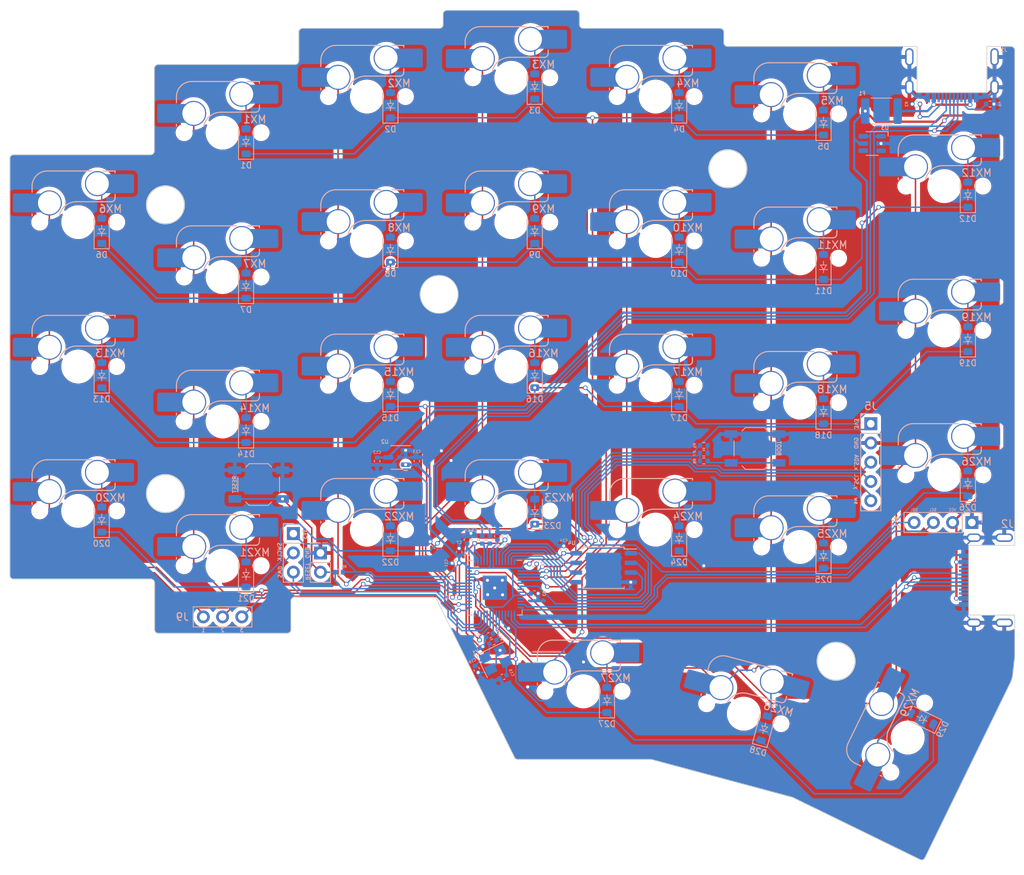
<source format=kicad_pcb>
(kicad_pcb (version 20240108) (generator "pcbnew") (generator_version "8.0")
  (layers (0 "F.Cu" signal) (31 "B.Cu" signal) (34 "B.Paste" user) (35 "F.Paste" user) (36 "B.SilkS" user "B.Silkscreen") (37 "F.SilkS" user "F.Silkscreen") (38 "B.Mask" user) (39 "F.Mask" user) (44 "Edge.Cuts" user))
  (net 0 "")
  (net 1 "GNDL")
  (net 2 "Net-(BOOT1-Pad2)")
  (net 3 "+1V1L")
  (net 4 "+3V3L")
  (net 5 "+5VL")
  (net 6 "XIN_L")
  (net 7 "Net-(C16-Pad2)")
  (net 8 "Net-(D1-A)")
  (net 9 "Net-(D2-A)")
  (net 10 "Net-(D3-A)")
  (net 11 "Net-(D4-A)")
  (net 12 "Net-(D5-A)")
  (net 13 "ROW1_L")
  (net 14 "Net-(D6-A)")
  (net 15 "Net-(D7-A)")
  (net 16 "Net-(D8-A)")
  (net 17 "Net-(D9-A)")
  (net 18 "Net-(D10-A)")
  (net 19 "Net-(D11-A)")
  (net 20 "Net-(D12-A)")
  (net 21 "ROW2_L")
  (net 22 "Net-(D13-A)")
  (net 23 "Net-(D14-A)")
  (net 24 "Net-(D15-A)")
  (net 25 "Net-(D16-A)")
  (net 26 "Net-(D17-A)")
  (net 27 "Net-(D18-A)")
  (net 28 "Net-(D19-A)")
  (net 29 "Net-(D20-A)")
  (net 30 "Net-(D21-A)")
  (net 31 "Net-(D22-A)")
  (net 32 "Net-(D23-A)")
  (net 33 "Net-(D24-A)")
  (net 34 "Net-(D25-A)")
  (net 35 "Net-(D26-A)")
  (net 36 "Net-(D29-A)")
  (net 37 "VBUSL")
  (net 38 "Net-(J1-CC1)")
  (net 39 "USB_D+_L")
  (net 40 "USB_D-_L")
  (net 42 "Net-(J1-CC2)")
  (net 45 "SPI0_RX_L")
  (net 46 "SPI0_TX_L")
  (net 50 "SWCLK_L")
  (net 51 "SWD_L")
  (net 52 "SCL_L")
  (net 53 "SDA_L")
  (net 54 "vrx_L")
  (net 55 "vry_L")
  (net 56 "sw_L")
  (net 57 "COL1_L")
  (net 58 "COL2_L")
  (net 59 "COL3_L")
  (net 60 "COL4_L")
  (net 61 "COL5_L")
  (net 62 "COL0_L")
  (net 63 "COL6_L")
  (net 64 "Net-(U1-USB_DP)")
  (net 65 "Net-(U1-USB_DM)")
  (net 66 "Net-(R5-Pad1)")
  (net 67 "RESET_L")
  (net 68 "QSPI_SS_L")
  (net 69 "XOUT_L")
  (net 81 "QSPI_SD3_L")
  (net 82 "QSPI_SCLK_L")
  (net 83 "QSPI_SD0_L")
  (net 84 "QSPI_SD2_L")
  (net 85 "QSPI_SD1_L")
  (net 88 "ROW4_L")
  (net 89 "ROW3_L")
  (net 90 "ROW0_L")
  (net 91 "Net-(D27-A)")
  (net 92 "Net-(D28-A)")
  (footprint "Connector_PinHeader_2.54mm:PinHeader_1x04_P2.54mm_Vertical" (layer "F.Cu") (at 95.065991 51.449195 -90)
    (property "Reference" "J4")
    (property "Value" "PinSocket_4P")
  )
  (footprint "Connector_PinHeader_2.54mm:PinHeader_1x05_P2.54mm_Vertical" (layer "F.Cu") (at 85.540991 38.411695)
    (property "Reference" "J5" (hide yes))
    (property "Value" "PinSocket_5P")
  )
  (footprint "mcu:D_SOD-123_new" (layer "B.Cu") (at 3.1 20.195 90)
    (property "Reference" "D7")
    (property "Value" "D_Small")
  )
  (footprint "PCM_marbastlib-mx:SW_MX_HS_1u" (layer "B.Cu") (at 38.1 11.811 180)
    (property "Reference" "MX9")
    (property "Value" "kailh hotswap socket" (hide yes))
  )
  (footprint "mcu:D_SOD-123_new" (layer "B.Cu") (at 98.35 27.2435 90)
    (property "Reference" "D19")
    (property "Value" "D_Small")
  )
  (footprint "Connector_PinSocket_2.54mm:PinSocket_1x03_P2.54mm_Vertical" (layer "B.Cu") (at 9.340991 52.911695 180)
    (property "Reference" "J3" (hide yes))
    (property "Value" "SWD_PinSocket")
  )
  (footprint "Capacitor_SMD:C_0402_1005Metric" (layer "B.Cu") (at 37.265991 53.251695 90)
    (property "Reference" "C1")
    (property "Value" "100n")
  )
  (footprint "PCM_marbastlib-mx:SW_MX_HS_1u" (layer "B.Cu") (at 0 38.1 180)
    (property "Reference" "MX14")
    (property "Value" "kailh hotswap socket" (hide yes))
  )
  (footprint "PCM_marbastlib-mx:SW_MX_HS_1u" (layer "B.Cu") (at 0 19.05 180)
    (property "Reference" "MX7")
    (property "Value" "kailh hotswap socket" (hide yes))
  )
  (footprint "PCM_marbastlib-mx:SW_MX_HS_1u" (layer "B.Cu") (at 95.25 45.1485 180)
    (property "Reference" "MX26")
    (property "Value" "kailh hotswap socket" (hide yes))
  )
  (footprint "mcu:D_SOD-123_new" (layer "B.Cu") (at 22.15 -3.6175 90)
    (property "Reference" "D2")
    (property "Value" "D_Small")
  )
  (footprint "PCM_marbastlib-mx:SW_MX_HS_1u" (layer "B.Cu") (at 68.78609 76.677515 165)
    (property "Reference" "MX28")
    (property "Value" "kailh hotswap socket" (hide yes))
  )
  (footprint "mcu:D_SOD-123_new" (layer "B.Cu") (at 92.304584 77.342387 154)
    (property "Reference" "D29")
    (property "Value" "D_Small")
  )
  (footprint "Capacitor_SMD:C_0402_1005Metric" (layer "B.Cu") (at 20.392987 43.352142 -90)
    (property "Reference" "C12")
    (property "Value" "1u")
  )
  (footprint "mcu:D_SOD-123_new" (layer "B.Cu") (at 79.3 -1.331501 90)
    (property "Reference" "D5")
    (property "Value" "D_Small")
  )
  (footprint "PCM_marbastlib-mx:SW_MX_HS_1u" (layer "B.Cu") (at 19.05 33.3375 180)
    (property "Reference" "MX15")
    (property "Value" "kailh hotswap socket" (hide yes))
  )
  (footprint "mcu:D_SOD-123_new" (layer "B.Cu") (at 98.35 8.1935 90)
    (property "Reference" "D12")
    (property "Value" "D_Small")
  )
  (footprint "mcu:D_SOD-123_new" (layer "B.Cu") (at -15.95 51.056 90)
    (property "Reference" "D20")
    (property "Value" "D_Small")
  )
  (footprint "Capacitor_SMD:C_0402_1005Metric" (layer "B.Cu") (at 41.165991 60.811695)
    (property "Reference" "C9")
    (property "Value" "100n")
  )
  (footprint "Capacitor_SMD:C_0402_1005Metric" (layer "B.Cu") (at 35.216675 66.329772 -153.8)
    (property "Reference" "C10")
    (property "Value" "100n")
  )
  (footprint "PCM_marbastlib-mx:SW_MX_HS_1u" (layer "B.Cu") (at 19.05 14.287499 180)
    (property "Reference" "MX8")
    (property "Value" "kailh hotswap socket" (hide yes))
  )
  (footprint "mcu:D_SOD-123_new" (layer "B.Cu") (at 41.2 12.956 90)
    (property "Reference" "D9")
    (property "Value" "D_Small")
  )
  (footprint "mcu:D_SOD-123_new" (layer "B.Cu") (at 60.25 53.5325 90)
    (property "Reference" "D24")
    (property "Value" "D_Small")
  )
  (footprint "Capacitor_SMD:C_0402_1005Metric" (layer "B.Cu") (at 33.265991 53.711695 90)
    (property "Reference" "C3")
    (property "Value" "1u")
  )
  (footprint "Capacitor_SMD:C_0402_1005Metric" (layer "B.Cu") (at 32.265991 53.711695 90)
    (property "Reference" "C4")
    (property "Value" "100n")
  )
  (footprint "mcu:D_SOD-123_new" (layer "B.Cu") (at 79.3 55.8185 90)
    (property "Reference" "D25")
    (property "Value" "D_Small")
  )
  (footprint "PCM_marbastlib-mx:SW_MX_HS_1u" (layer "B.Cu") (at 19.05 -4.7625 180)
    (property "Reference" "MX2")
    (property "Value" "kailh hotswap socket" (hide yes))
  )
  (footprint "mcu:D_SOD-123_new" (layer "B.Cu") (at -15.95 32.006 90)
    (property "Reference" "D13")
    (property "Value" "D_Small")
  )
  (footprint "PCM_marbastlib-mx:SW_MX_HS_1u" (layer "B.Cu") (at 76.2 16.5735 180)
    (property "Reference" "MX11")
    (property "Value" "kailh hotswap socket" (hide yes))
  )
  (footprint "mcu:D_SOD-123_new" (layer "B.Cu") (at 60.25 -3.6175 90)
    (property "Reference" "D4")
    (property "Value" "D_Small")
  )
  (footprint "Capacitor_SMD:C_0402_1005Metric" (layer "B.Cu") (at 37.015991 71.811695 26.2)
    (property "Reference" "C15")
    (property "Value" "22p")
  )
  (footprint "mcu:D_SOD-123_new" (layer "B.Cu") (at -15.95 12.956 90)
    (property "Reference" "D6")
    (property "Value" "D_Small")
  )
  (footprint "PCM_marbastlib-various:SOT-23-6-routable" (layer "B.Cu") (at 85.725 1.43125 180)
    (property "Reference" "U3")
    (property "Value" "SRV05-4")
  )
  (footprint "mcu:D_SOD-123_new" (layer "B.Cu") (at 79.3 36.7685 90)
    (property "Reference" "D18")
    (property "Value" "D_Small")
  )
  (footprint "Capacitor_SMD:C_0402_1005Metric" (layer "B.Cu") (at 30.815991 61.311695 180)
    (property "Reference" "C6")
    (property "Value" "100n")
  )
  (footprint "PCM_marbastlib-mx:SW_MX_HS_1.5u" (layer "B.Cu") (at 90.416225 79.829996 -116)
    (property "Reference" "MX29")
    (property "Value" "kailh hotswap socket" (hide yes))
  )
  (footprint "mcu:D_SOD-123_new" (layer "B.Cu") (at 79.3 17.7185 90)
    (property "Reference" "D11")
    (property "Value" "D_Small")
  )
  (footprint "PCM_marbastlib-mx:SW_MX_HS_1u" (layer "B.Cu") (at 57.15 14.287499 180)
    (property "Reference" "MX10")
    (property "Value" "kailh hotswap socket" (hide yes))
  )
  (footprint "PCM_marbastlib-mx:SW_MX_HS_1u" (layer "B.Cu") (at 47.625 73.7235 180)
    (property "Reference" "MX27")
    (property "Value" "kailh hotswap socket" (hide yes))
  )
  (footprint "mcu:D_SOD-123_new" (layer "B.Cu") (at 3.1 1.145 90)
    (property "Reference" "D1")
    (property "Value" "D_Small")
  )
  (footprint "Capacitor_SMD:C_0402_1005Metric" (layer "B.Cu") (at 31.215991 55.336695 90)
    (property "Reference" "C7")
    (property "Value" "100n")
  )
  (footprint "Resistor_SMD:R_0402_1005Metric" (layer "B.Cu") (at 63.5 41.275 180)
    (property "Reference" "R5")
    (property "Value" "5.1k")
  )
  (footprint "PCM_marbastlib-mx:SW_MX_HS_1u" (layer "B.Cu") (at 95.25 26.0985 180)
    (property "Reference" "MX19")
    (property "Value" "kailh hotswap socket" (hide yes))
  )
  (footprint "Package_TO_SOT_SMD:SOT-23-3" (layer "B.Cu") (at 23.01875 42.8625 180)
    (property "Reference" "U2")
    (property "Value" "XC6206P332MR")
  )
  (footprint "Resistor_SMD:R_0402_1005Metric" (layer "B.Cu") (at 63.5 42.295633)
    (property "Reference" "R7")
    (property "Value" "5.1k")
  )
  (footprint "PCM_marbastlib-mx:SW_MX_HS_1u" (layer "B.Cu") (at 95.25 7.0485 180)
    (property "Reference" "MX12")
    (property "Value" "kailh hotswap socket" (hide yes))
  )
  (footprint "Capacitor_SMD:C_0402_1005Metric" (layer "B.Cu") (at 25.637596 43.331796 90)
    (property "Reference" "C13")
    (property "Value" "1u")
  )
  (footprint "mcu:D_SOD-123_new" (layer "B.Cu") (at 22.15 15.432499 90)
    (property "Reference" "D8")
    (property "Value" "D_Small")
  )
  (footprint "Capacitor_SMD:C_0402_1005Metric" (layer "B.Cu") (at 45.015991 55.021695 90)
    (property "Reference" "C14")
    (property "Value" "1u")
  )
  (footprint "PCM_marbastlib-mx:SW_MX_HS_1u" (layer "B.Cu") (at 0 0 180)
    (property "Reference" "MX1")
    (property "Value" "kailh hotswap socket" (hide yes))
  )
  (footprint "PCM_marbastlib-mx:SW_MX_HS_1u" (layer "B.Cu") (at 38.1 -7.239 180)
    (property "Reference" "MX3")
    (property "Value" "kailh hotswap socket" (hide yes))
  )
  (footprint "PCM_marbastlib-mx:SW_MX_HS_1u" (layer "B.Cu") (at 0 57.15 180)
    (property "Reference" "MX21")
    (property "Value" "kailh hotswap socket" (hide yes))
  )
  (footprint "mcu:D_SOD-123_new" (layer "B.Cu") (at 41.2 50.00625 90)
    (property "Reference" "D23")
    (property "Value" "D_Small")
  )
  (footprint "Capacitor_SMD:C_0402_1005Metric" (layer "B.Cu") (at 34.125991 67.391695 -63.8)
    (property "Reference" "C2")
    (property "Value" "100n")
  )
  (footprint "mcu:D_SOD-123_new" (layer "B.Cu") (at 3.1 39.245 90)
    (property "Reference" "D14")
    (property "Value" "D_Small")
  )
  (footprint "Package_DFN_QFN:QFN-56-1EP_7x7mm_P0.4mm_EP3.2x3.2mm" (layer "B.Cu") (at 35.915991 60.051695 180)
    (property "Reference" "U1")
    (property "Value" "RP2040")
  )
  (footprint "PCM_marbastlib-mx:SW_MX_HS_1u" (layer "B.Cu") (at 76.2 -2.476501 180)
    (property "Reference" "MX5")
    (property "Value" "kailh hotswap socket" (hide yes))
  )
  (footprint "Capacitor_SMD:C_0402_1005Metric" (layer "B.Cu") (at 36.265991 53.251695 90)
    (property "Reference" "C5")
    (property "Value" "100n")
  )
  (footprint "mcu:D_SOD-123_new" (layer "B.Cu") (at 41.2 32.006 90)
    (property "Reference" "D16")
    (property "Value" "D_Small")
  )
  (footprint "Crystal:Crystal_SMD_3225-4Pin_3.2x2.5mm" (layer "B.Cu") (at 36.015991 69.561695 26.2)
    (property "Reference" "Y1")
    (property "Value" "X322512MSB4SI")
  )
  (footprint "PCM_marbastlib-mx:SW_MX_HS_1u" (layer "B.Cu") (at -19.05 49.911 180)
    (property "Reference" "MX20")
    (property "Value" "kailh hotswap socket" (hide yes))
  )
  (footprint "PCM_marbastlib-mx:SW_MX_HS_1u" (layer "B.Cu") (at 38.1 49.911 180)
    (property "Reference" "MX23")
    (property "Value" "kailh hotswap socket" (hide yes))
  )
  (footprint "Resistor_SMD:R_0402_1005Metric" (layer "B.Cu") (at 15.365991 58.001695)
    (property "Reference" "R6")
    (property "Value" "5.1k")
  )
  (footprint "PCM_marbastlib-mx:SW_MX_HS_1u" (layer "B.Cu") (at 57.15 52.3875 180)
    (property "Reference" "MX24")
    (property "Value" "kailh hotswap socket" (hide yes))
  )
  (footprint "Connector_PinSocket_2.54mm:PinSocket_1x03_P2.54mm_Vertical" (layer "B.Cu") (at -2.54 63.896875 -90)
    (property "Reference" "J9")
    (property "Value" "side_b_PinSocket")
  )
  (footprint "PCM_marbastlib-mx:SW_MX_HS_1u" (layer "B.Cu") (at 57.15 33.3375 180)
    (property "Reference" "MX17")
    (property "Value" "kailh hotswap socket" (hide yes))
  )
  (footprint "Resistor_SMD:R_0402_1005Metric" (layer "B.Cu") (at 63.5 43.32219 180)
    (property "Reference" "R8")
    (property "Value" "1k")
  )
  (footprint "PCM_marbastlib-mx:SW_MX_HS_1u" (layer "B.Cu") (at -19.05 30.861 180)
    (property "Reference" "MX13")
    (property "Value" "kailh hotswap socket" (hide yes))
  )
  (footprint "Resistor_SMD:R_0402_1005Metric" (layer "B.Cu") (at 35.265991 53.711695 -90)
    (property "Reference" "R1")
    (property "Value" "27")
  )
  (footprint "mcu:D_SOD-123_new" (layer "B.Cu") (at 50.725 74.8685 90)
    (property "Reference" "D27")
    (property "Value" "D_Small")
  )
  (footprint "Fuse:Fuse_1812_4532Metric" (layer "B.Cu") (at 86.95 -2.84375)
    (property "Reference" "F1")
    (property "Value" "MF-MSMF050-2")
  )
  (footprint "Connector_PinSocket_2.54mm:PinSocket_1x02_P2.54mm_Vertical" (layer "B.Cu") (at 12.915991 55.461695 180)
    (property "Reference" "RESET1" (hide yes))
    (property "Value" "PinSocket_2P")
  )
  (footprint "Button_Switch_SMD:SW_SPST_TL3342" (layer "B.Cu") (at 4.7625 46.434375 180)
    (property "Reference" "RESET2" (hide yes))
    (property "Value" "SW_Push")
  )
  (footprint "mcu:D_SOD-123_new" (layer "B.Cu") (at 98.35 46.2935 90)
    (property "Reference" "D26")
    (property "Value" "D_Small")
  )
  (footprint "Resistor_SMD:R_0402_1005Metric" (layer "B.Cu") (at 101.28 -3.77375)
    (property "Reference" "R4")
    (property "Value" "5.1k")
  )
  (footprint "PCM_marbastlib-mx:SW_MX_HS_1u" (layer "B.Cu") (at 57.15 -4.7625 180)
    (property "Reference" "MX4")
    (property "Value" "kailh hotswap socket" (hide yes))
  )
  (footprint "PCM_marbastlib-mx:SW_MX_HS_1u" (layer "B.Cu") (at 76.2 54.6735 180)
    (property "Reference" "MX25")
    (property "Value" "kailh hotswap socket" (hide yes))
  )
  (footprint "Button_Switch_SMD:SW_SPST_TL3342" (layer "B.Cu") (at 70.246875 41.671875 180)
    (property "Reference" "BOOT1" (hide yes))
    (property "Value" "SW_Push")
  )
  (footprint "PCM_marbastlib-mx:SW_MX_HS_1u" (layer "B.Cu") (at -19.05 11.811 180)
    (property "Reference" "MX6")
    (property "Value" "kailh hotswap socket" (hide yes))
  )
  (footprint "Resistor_SMD:R_0402_1005Metric" (layer "B.Cu") (at 35.665991 67.221695 26.2)
    (property "Reference" "R9")
    (property "Value" "1k")
  )
  (footprint "Capacitor_SMD:C_0402_1005Metric" (layer "B.Cu") (at 40.965991 56.911695)
    (property "Reference" "C8")
    (property "Value" "100n")
  )
  (footprint "Capacitor_SMD:C_0402_1005Metric" (layer "B.Cu") (at 30.765991 56.811695 180)
    (property "Reference" "C11")
    (property "Value" "1u")
  )
  (footprint "mcu:D_SOD-123_new" (layer "B.Cu") (at 41.2 -6.094 90)
    (property "Reference" "D3")
    (property "Value" "D_Small")
  )
  (footprint "PCM_marbastlib-mx:SW_MX_HS_1u" (layer "B.Cu") (at 76.2 35.6235 180)
    (property "Reference" "MX18")
    (property "Value" "kailh hotswap socket" (hide yes))
  )
  (footprint "mcu:HRO-TYPE-C-31-M-13" (layer "B.Cu") (at 96.25 -12.09375)
    (property "Reference" "J1")
    (property "Value" "TYPE-C-31-M-13" (hide yes))
  )
  (footprint "mcu:D_SOD-123_new" (layer "B.Cu") (at 60.25 34.4825 90)
    (property "Reference" "D17")
    (property "Value" "D_Small")
  )
  (footprint "PCM_marbastlib-mx:SW_MX_HS_1u" (layer "B.Cu") (at 19.05 52.3875 180)
    (property "Reference" "MX22")
    (property "Value" "kailh hotswap socket" (hide yes))
  )
  (footprint "PCM_marbastlib-mx:SW_MX_HS_1u" (layer "B.Cu") (at 38.1 30.861 180)
    (property "Reference" "MX16")
    (property "Value" "kailh hotswap socket" (hide yes))
  )
  (footprint "Resistor_SMD:R_0402_1005Metric" (layer "B.Cu") (at 91.52 -3.77375 180)
    (property "Reference" "R3")
    (property "Value" "5.1k")
  )
  (footprint "Resistor_SMD:R_0402_1005Metric" (layer "B.Cu") (at 34.265991 53.711695 -90)
    (property "Reference" "R2")
    (property "Value" "27")
  )
  (footprint "mcu:D_SOD-123_new" (layer "B.Cu") (at 3.1 58.295 90)
    (property "Reference" "D21")
    (property "Value" "D_Small")
  )
  (footprint "mcu:D_SOD-123_new" (layer "B.Cu") (at 22.15 53.5325 90)
    (property "Reference" "D22")
    (property "Value" "D_Small")
  )
  (footprint "mcu:HRO-TYPE-C-31-M-13" (layer "B.Cu") (at 105.25 59.061 -90)
    (property "Reference" "J2")
    (property "Value" "TYPE-C-31-M-13" (hide yes))
  )
  (footprint "mcu:D_SOD-123_new" (layer "B.Cu") (at 71.484192 78.5937 75)
    (property "Reference" "D28")
    (property "Value" "D_Small")
  )
  (footprint "mcu:D_SOD-123_new" (layer "B.Cu") (at 22.15 34.4825 90)
    (property "Reference" "D15")
    (property "Value" "D_Small")
  )
  (footprint "mcu:D_SOD-123_new" (layer "B.Cu") (at 60.25 15.432499 90)
    (property "Reference" "D10")
    (property "Value" "D_Small")
  )
  (footprint "Package_SO:SOIC-8_5.23x5.23mm_P1.27mm" (layer "B.Cu") (at 50.265991 57.411695 180)
    (property "Reference" "U4")
    (property "Value" "W25Q128JVSIQ")
  )
  (footprint "Capacitor_SMD:C_0402_1005Metric" (layer "B.Cu") (at 33.515991 70.811695 116.2)
    (property "Reference" "C16")
    (property "Value" "22p")
  )
  (gr_line (start -8.975 65.5735) (end -8.975 59.411) (stroke (width 0.1)) (layer "Edge.Cuts"))
  (gr_arc (start 10.05 -13.26875) (mid 10.196447 -13.622303) (end 10.55 -13.76875) (stroke (width 0.1)) (layer "Edge.Cuts"))
  (gr_line (start 57.788386 83.041476) (end 56.616489 82.727984) (stroke (width 0.1)) (layer "Edge.Cuts"))
  (gr_line (start -10.075 2.90625) (end -9.5 2.90625) (stroke (width 0.1)) (layer "Edge.Cuts"))
  (gr_arc (start 66.65 -11.38125) (mid 66.296447 -11.527697) (end 66.15 -11.88125) (stroke (width 0.1)) (layer "Edge.Cuts"))
  (gr_line (start 10.05 -9.49375) (end 10.05 -13.26875) (stroke (width 0.1)) (layer "Edge.Cuts"))
  (gr_arc (start 27.788957 61.2985) (mid 28.053054 61.373966) (end 28.237472 61.577516) (stroke (width 0.1)) (layer "Edge.Cuts"))
  (gr_line (start -9 2.40625) (end -9 -8.49375) (stroke (width 0.1)) (layer "Edge.Cuts"))
  (gr_line (start 9.525 61.2985) (end 10.1 61.2985) (stroke (width 0.1)) (layer "Edge.Cuts"))
  (gr_arc (start 104.534774 69.106072) (mid 104.529629 69.28169) (end 104.514213 69.456705) (stroke (width 0.1)) (layer "Edge.Cuts"))
  (gr_arc (start 104.438454 63.661) (mid 104.509166 63.690288) (end 104.538454 63.761) (stroke (width 0.1)) (layer "Edge.Cuts"))
  (gr_line (start 104.534774 63.761) (end 104.534774 69.106072) (stroke (width 0.1)) (layer "Edge.Cuts"))
  (gr_line (start 66.15 -11.90625) (end 66.15 -13.26875) (stroke (width 0.1)) (layer "Edge.Cuts"))
  (gr_line (start 76.318996 88.254309) (end 92.022751 95.925396) (stroke (width 0.1)) (layer "Edge.Cuts"))
  (gr_line (start 28.05 -13.76875) (end 10.55 -13.76875) (stroke (width 0.1)) (layer "Edge.Cuts"))
  (gr_line (start 8.525 66.0735) (end -8.475 66.0735) (stroke (width 0.1)) (layer "Edge.Cuts"))
  (gr_arc (start 9.025 65.5735) (mid 8.878553 65.927053) (end 8.525 66.0735) (stroke (width 0.1)) (layer "Edge.Cuts"))
  (gr_line (start 29.1 -14.26875) (end 29.1 -15.64375) (stroke (width 0.1)) (layer "Edge.Cuts"))
  (gr_line (start 9.025 65.5735) (end 9.025 61.7985) (stroke (width 0.1)) (layer "Edge.Cuts"))
  (gr_arc (start 38.961043 82.711) (mid 38.696942 82.63554) (end 38.512528 82.431984) (stroke (width 0.1)) (layer "Edge.Cuts"))
  (gr_line (start 47.625 -13.76875) (end 48.15 -13.76875) (stroke (width 0.1)) (layer "Edge.Cuts"))
  (gr_arc (start 10.05 -9.49375) (mid 9.903553 -9.140197) (end 9.55 -8.99375) (stroke (width 0.1)) (layer "Edge.Cuts"))
  (gr_line (start 9 -8.99375) (end -8.5 -8.99375) (stroke (width 0.1)) (layer "Edge.Cuts"))
  (gr_line (start 92.691608 95.695318) (end 103.980722 72.549205) (stroke (width 0.1)) (layer "Edge.Cuts"))
  (gr_line (start 98.450954 63.661) (end 104.438454 63.661) (stroke (width 0.1)) (layer "Edge.Cuts"))
  (gr_arc (start 29.1 -15.64375) (mid 29.246447 -15.997303) (end 29.6 -16.14375) (stroke (width 0.1)) (layer "Edge.Cuts"))
  (gr_line (start 28.05 -13.76875) (end 28.6 -13.76875) (stroke (width 0.1)) (layer "Edge.Cuts"))
  (gr_line (start 47.1 -14.29375) (end 47.1 -14.26875) (stroke (width 0.1)) (layer "Edge.Cuts"))
  (gr_line (start -10.025 58.911) (end -9.475 58.911) (stroke (width 0.1)) (layer "Edge.Cuts"))
  (gr_line (start 67.2 -11.38125) (end 85.2 -11.38125) (stroke (width 0.1)) (layer "Edge.Cuts"))
  (gr_circle (center -7.540625 47.625) (end -5.040625 47.625) (stroke (width 0.15)) (fill none) (layer "Edge.Cuts"))
  (gr_line (start 104.263778 71.584724) (end 104.514213 69.456705) (stroke (width 0.1)) (layer "Edge.Cuts"))
  (gr_arc (start 75.178646 87.70856) (mid 75.224196 87.72315) (end 75.268141 87.742031) (stroke (width 0.1)) (layer "Edge.Cuts"))
  (gr_line (start 98.450954 54.461) (end 104.438454 54.461) (stroke (width 0.1)) (layer "Edge.Cuts"))
  (gr_circle (center 66.675 4.7625) (end 69.175 4.7625) (stroke (width 0.15)) (fill none) (layer "Edge.Cuts"))
  (gr_line (start -28.075 3.40625) (end -28.075 58.411) (stroke (width 0.1)) (layer "Edge.Cuts"))
  (gr_arc (start 29.1 -14.26875) (mid 28.953553 -13.915197) (end 28.6 -13.76875) (stroke (width 0.1)) (layer "Edge.Cuts"))
  (gr_line (start -10.075 2.90625) (end -27.575 2.90625) (stroke (width 0.1)) (layer "Edge.Cuts"))
  (gr_arc (start -28.075 3.40625) (mid -27.928553 3.052697) (end -27.575 2.90625) (stroke (width 0.1)) (layer "Edge.Cuts"))
  (gr_line (start 104.538454 54.361) (end 104.538454 35.461) (stroke (width 0.1)) (layer "Edge.Cuts"))
  (gr_arc (start 104.538454 54.361) (mid 104.509162 54.431694) (end 104.438454 54.461) (stroke (width 0.1)) (layer "Edge.Cuts"))
  (gr_line (start -27.575 58.911) (end -10.025 58.911) (stroke (width 0.1)) (layer "Edge.Cuts"))
  (gr_arc (start 46.6 -16.14375) (mid 46.953553 -15.997303) (end 47.1 -15.64375) (stroke (width 0.1)) (layer "Edge.Cuts"))
  (gr_line (start 91.65 -5.29375) (end 100.85 -5.29375) (stroke (width 0.1)) (layer "Edge.Cuts"))
  (gr_arc (start -8.475 66.0735) (mid -8.828553 65.927053) (end -8.975 65.5735) (stroke (width 0.1)) (layer "Edge.Cuts"))
  (gr_line (start 66.65 -11.38125) (end 67.2 -11.38125) (stroke (width 0.1)) (layer "Edge.Cuts"))
  (gr_arc (start 47.6 -13.76875) (mid 47.246447 -13.915197) (end 47.1 -14.26875) (stroke (width 0.1)) (layer "Edge.Cuts"))
  (gr_arc (start 65.65 -13.76875) (mid 66.003553 -13.622303) (end 66.15 -13.26875) (stroke (width 0.1)) (layer "Edge.Cuts"))
  (gr_arc (start -9 2.40625) (mid -9.146447 2.759803) (end -9.5 2.90625) (stroke (width 0.1)) (layer "Edge.Cuts"))
  (gr_circle (center 80.9625 69.75475) (end 83.4625 69.75475) (stroke (width 0.15)) (fill none) (layer "Edge.Cuts"))
  (gr_line (start 48.15 -13.76875) (end 65.65 -13.76875) (stroke (width 0.1)) (layer "Edge.Cuts"))
  (gr_line (start 76.318996 88.254309) (end 75.268141 87.742031) (stroke (width 0.1)) (layer "Edge.Cuts"))
  (gr_line (start 66.15 -11.90625) (end 66.15 -11.88125) (stroke (width 0.1)) (layer "Edge.Cuts"))
  (gr_line (start 104.538454 -1.61875) (end 104.538454 35.461) (stroke (width 0.1)) (layer "Edge.Cuts"))
  (gr_line (start 57.788386 83.041476) (end 75.178646 87.70856) (stroke (width 0.1)) (layer "Edge.Cuts"))
  (gr_arc (start -27.575 58.911) (mid -27.928553 58.764553) (end -28.075 58.411) (stroke (width 0.1)) (layer "Edge.Cuts"))
  (gr_line (start 9 -8.99375) (end 9.55 -8.99375) (stroke (width 0.1)) (layer "Edge.Cuts"))
  (gr_circle (center -7.540625 9.525) (end -5.040625 9.525) (stroke (width 0.15)) (fill none) (layer "Edge.Cuts"))
  (gr_arc (start 9.025 61.7985) (mid 9.171447 61.444947) (end 9.525 61.2985) (stroke (width 0.1)) (layer "Edge.Cuts"))
  (gr_arc (start 92.691608 95.695318) (mid 92.404864 95.948958) (end 92.022751 95.925396) (stroke (width 0.1)) (layer "Edge.Cuts"))
  (gr_line (start 104.538454 -10.88125) (end 104.538454 -1.61875) (stroke (width 0.1)) (layer "Edge.Cuts"))
  (gr_line (start 29.6 -16.14375) (end 46.6 -16.14375) (stroke (width 0.1)) (layer "Edge.Cuts"))
  (gr_line (start 38.512528 82.431984) (end 28.237472 61.577516) (stroke (width 0.1)) (layer "Edge.Cuts"))
  (gr_arc (start 104.038454 -11.38125) (mid 104.392009 -11.234806) (end 104.538454 -10.88125) (stroke (width 0.1)) (layer "Edge.Cuts"))
  (gr_line (start 91.65 -11.38125) (end 91.65 -5.29375) (stroke (width 0.1)) (layer "Edge.Cuts"))
  (gr_arc (start 56.487278 82.711) (mid 56.552439 82.715265) (end 56.616489 82.727984) (stroke (width 0.1)) (layer "Edge.Cuts"))
  (gr_arc (start 104.263778 71.584724) (mid 104.162931 72.078903) (end 103.980722 72.549205) (stroke (width 0.1)) (layer "Edge.Cuts"))
  (gr_line (start 85.2 -11.38125) (end 91.65 -11.38125) (stroke (width 0.1)) (layer "Edge.Cuts"))
  (gr_circle (center 28.575 21.336) (end 31.075 21.336) (stroke (width 0.1)) (fill none) (layer "Edge.Cuts"))
  (gr_line (start 10.1 61.2985) (end 27.788957 61.2985) (stroke (width 0.1)) (layer "Edge.Cuts"))
  (gr_line (start 38.961043 82.711) (end 56.487278 82.711) (stroke (width 0.1)) (layer "Edge.Cuts"))
  (gr_line (start 98.450954 63.661) (end 98.450954 54.461) (stroke (width 0.1)) (layer "Edge.Cuts"))
  (gr_arc (start -9 -8.49375) (mid -8.853553 -8.847303) (end -8.5 -8.99375) (stroke (width 0.1)) (layer "Edge.Cuts"))
  (gr_line (start 47.1 -14.29375) (end 47.1 -15.64375) (stroke (width 0.1)) (layer "Edge.Cuts"))
  (gr_line (start 47.6 -13.76875) (end 47.625 -13.76875) (stroke (width 0.1)) (layer "Edge.Cuts"))
  (gr_line (start 100.85 -5.29375) (end 100.85 -11.38125) (stroke (width 0.1)) (layer "Edge.Cuts"))
  (gr_line (start 100.85 -11.38125) (end 104.038454 -11.38125) (stroke (width 0.1)) (layer "Edge.Cuts"))
  (gr_arc (start -9.475 58.911) (mid -9.121447 59.057447) (end -8.975 59.411) (stroke (width 0.1)) (layer "Edge.Cuts"))
  (gr_text "VCC" (at 96.305666 49.764663 0) (layer "B.SilkS") (effects (font (size 0.35 0.35) (thickness 0.06) (bold yes)) (justify mirror)))
  (gr_text "x,SDA" (at 83.635991 43.511695 -90) (layer "B.SilkS") (effects (font (size 0.5 0.5) (thickness 0.1) (bold yes)) (justify mirror)))
  (gr_text "SDL" (at 91.255666 49.764663 0) (layer "B.SilkS") (effects (font (size 0.35 0.35) (thickness 0.06) (bold yes)) (justify mirror)))
  (gr_text "3V3" (at 10.870629 52.950057 90) (layer "B.SilkS") (effects (font (size 0.5 0.5) (thickness 0.1) (bold yes)) (justify mirror)))
  (gr_text "2" (at 0 65.65 0) (layer "B.SilkS") (effects (font (size 0.5 0.5) (thickness 0.1) (bold yes)) (justify mirror)))
  (gr_text "SWD" (at 7.565991 57.961695 -90) (layer "B.SilkS") (effects (font (size 0.5 0.5) (thickness 0.1) (bold yes)) (justify mirror)))
  (gr_text "GND" (at 98.256383 50.169267 0) (layer "B.SilkS") (effects (font (size 0.35 0.35) (thickness 0.06) (bold yes)) (justify mirror)))
  (gr_text "RESET" (at 1.5875 46.434375 90) (layer "B.SilkS") (effects (font (size 0.5 0.5) (thickness 0.1) (bold yes)) (justify mirror)))
  (gr_text "RESET" (at 11.159027 57.922249 270) (layer "B.SilkS") (effects (font (size 0.5 0.5) (thickness 0.1) (bold yes)) (justify mirror)))
  (gr_text "1" (at -2.54 65.65 0) (layer "B.SilkS") (effects (font (size 0.5 0.5) (thickness 0.1) (bold yes)) (justify mirror)))
  (gr_text "GND" (at 83.635991 40.971695 90) (layer "B.SilkS") (effects (font (size 0.5 0.5) (thickness 0.1) (bold yes)) (justify mirror)))
  (gr_text "BOOT" (at 73.421875 41.671875 270) (layer "B.SilkS") (effects (font (size 0.5 0.5) (thickness 0.1) (bold yes)) (justify mirror)))
  (gr_text "J5" (at 85.540991 36.081695 0) (layer "B.SilkS") (effects (font (size 1 1)) (justify mirror)))
  (gr_text "GND" (at 11.166177 55.419612 270) (layer "B.SilkS") (effects (font (size 0.5 0.5) (thickness 0.1) (bold yes)) (justify mirror)))
  (gr_text "SCL" (at 93.730666 49.764663 0) (layer "B.SilkS") (effects (font (size 0.35 0.35) (thickness 0.06) (bold yes)) (justify mirror)))
  (gr_text "sw" (at 83.638393 48.584488 270) (layer "B.SilkS") (effects (font (size 0.5 0.5) (thickness 0.1) (bold yes)) (justify mirror)))
  (gr_text "3V3" (at 83.635991 38.431695 -90) (layer "B.SilkS") (effects (font (size 0.5 0.5) (thickness 0.1) (bold yes)) (justify mirror)))
  (gr_text "3" (at 2.54 65.65 0) (layer "B.SilkS") (effects (font (size 0.5 0.5) (thickness 0.1) (bold yes)) (justify mirror)))
  (gr_text "SWCLK" (at 7.535991 55.321695 90) (layer "B.SilkS") (effects (font (size 0.5 0.5) (thickness 0.1) (bold yes)) (justify mirror)))
  (gr_text "y,SCL" (at 83.635991 46.051695 270) (layer "B.SilkS") (effects (font (size 0.5 0.5) (thickness 0.1) (bold yes)) (justify mirror)))
  (segment (start 34.337914 67.822379) (end 36.136705 67.822379) (width 0.2) (layer "F.Cu") (net 1))
  (segment (start 41.445991 60.611695) (end 41.445991 56.911695) (width 0.2) (layer "F.Cu") (net 1))
  (segment (start 33.926907 67.822379) (end 32.14375 66.039222) (width 0.2) (layer "F.Cu") (net 1))
  (segment (start 32.14375 66.039222) (end 32.14375 55.784454) (width 0.2) (layer "F.Cu") (net 1))
  (segment (start 30.765254 60.882432) (end 30.765254 57.290958) (width 0.2) (layer "F.Cu") (net 1))
  (segment (start 92 -4.62375) (end 90.63 -5.99375) (width 0.3) (layer "F.Cu") (net 1))
  (segment (start 32.14375 55.784454) (end 31.215991 54.856695) (width 0.2) (layer "F.Cu") (net 1))
  (segment (start 47.625 69.85) (end 46.449195 68.674195) (width 0.2) (layer "F.Cu") (net 1))
  (segment (start 30.285991 56.811695) (end 30.285991 55.786695) (width 0.2) (layer "F.Cu") (net 1))
  (segment (start 28.17893 54.856695) (end 31.215991 54.856695) (width 0.2) (layer "F.Cu") (net 1))
  (segment (start 30.335991 61.311695) (end 30.765254 60.882432) (width 0.2) (layer "F.Cu") (net 1))
  (segment (start 27.3957 54.073465) (end 28.17893 54.856695) (width 0.2) (layer "F.Cu") (net 1))
  (segment (start 38.368883 71.242379) (end 33.727914 71.242379) (width 0.2) (layer "F.Cu") (net 1))
  (segment (start 30.765254 57.290958) (end 30.285991 56.811695) (width 0.2) (layer "F.Cu") (net 1))
  (segment (start 36.136705 67.822379) (end 36.627695 68.313369) (width 0.2) (layer "F.Cu") (net 1))
  (segment (start 27.3957 53.975) (end 27.3957 54.073465) (width 0.2) (layer "F.Cu") (net 1))
  (segment (start 41.645991 60.811695) (end 41.445991 60.611695) (width 0.2) (layer "F.Cu") (net 1))
  (segment (start 40.264239 73.137735) (end 38.368883 71.242379) (width 0.2) (layer "F.Cu") (net 1))
  (segment (start 30.285991 55.786695) (end 31.215991 54.856695) (width 0.2) (layer "F.Cu") (net 1))
  (segment (start 53.865991 59.316695) (end 61.333305 59.316695) (width 0.2) (layer "F.Cu") (net 1))
  (segment (start 40.892945 68.674195) (end 37.724877 65.506127) (width 0.2) (layer "F.Cu") (net 1))
  (segment (start 100.5 -4.62375) (end 92 -4.62375) (width 0.3) (layer "F.Cu") (net 1))
  (segment (start 61.333305 59.316695) (end 63.5 57.15) (width 0.2) (layer "F.Cu") (net 1))
  (segment (start 101.87 -5.99375) (end 100.5 -4.62375) (width 0.3) (layer "F.Cu") (net 1))
  (segment (start 28.874128 41.971003) (end 30.1625 43.259375) (width 0.2) (layer "F.Cu") (net 1))
  (segment (start 46.449195 68.674195) (end 40.892945 68.674195) (width 0.2) (layer "F.Cu") (net 1))
  (segment (start 37.724877 65.506127) (end 37.724877 65.416601) (width 0.2) (layer "F.Cu") (net 1))
  (segment (start 34.337914 67.822379) (end 33.926907 67.822379) (width 0.2) (layer "F.Cu") (net 1))
  (via (at 45.015991 54.541695) (size 0.6) (drill 0.4) (layers "F.Cu" "B.Cu") (net 1))
  (via (at 35.905991 60.081695) (size 0.6) (drill 0.4) (layers "F.Cu" "B.Cu") (net 1))
  (via (at 30.335991 61.311695) (size 0.6) (drill 0.4) (layers "F.Cu" "B.Cu") (net 1))
  (via (at 41.445991 56.911695) (size 0.6) (drill 0.4) (layers "F.Cu" "B.Cu") (net 1))
  (via (at 36.915788 59.070324) (size 0.6) (drill 0.4) (layers "F.Cu" "B.Cu") (net 1))
  (via (at 30.1625 43.259375) (size 0.6) (drill 0.4) (layers "F.Cu" "B.Cu") (net 1))
  (via (at 34.951781 59.070324) (size 0.6) (drill 0.4) (layers "F.Cu" "B.Cu") (net 1))
  (via (at 28.874128 41.971003) (size 0.6) (drill 0.4) (layers "F.Cu" "B.Cu") (net 1))
  (via (at 33.727914 71.242379) (size 0.6) (drill 0.4) (layers "F.Cu" "B.Cu") (net 1))
  (via (at 27.3957 53.975) (size 0.6) (drill 0.4) (layers "F.Cu" "B.Cu") (net 1))
  (via (at 34.983027 60.962912) (size 0.6) (drill 0.4) (layers "F.Cu" "B.Cu") (net 1))
  (via (at 30.285991 56.811695) (size 0.6) (drill 0.4) (layers "F.Cu" "B.Cu") (net 1))
  (via (at 91.01 -3.77375) (size 0.6) (drill 0.4) (layers "F.Cu" "B.Cu") (net 1))
  (via (at 31.215991 54.856695) (size 0.6) (drill 0.4) (layers "F.Cu" "B.Cu") (net 1))
  (via (at 63.5 57.15) (size 0.8) (drill 0.4) (layers "F.Cu" "B.Cu") (net 1))
  (via (at 32.767818 52.879092) (size 0.6) (drill 0.4) (layers "F.Cu" "B.Cu") (net 1))
  (via (at 36.947033 60.980766) (size 0.6) (drill 0.4) (layers "F.Cu" "B.Cu") (net 1))
  (via (at 37.724877 65.416601) (size 0.6) (drill 0.4) (layers "F.Cu" "B.Cu") (net 1))
  (via (at 53.865991 59.316695) (size 0.6) (drill 0.4) (layers "F.Cu" "B.Cu") (net 1))
  (via (at 40.264239 73.137735) (size 0.6) (drill 0.4) (layers "F.Cu" "B.Cu") (net 1))
  (via (at 36.627695 68.313369) (size 0.6) (drill 0.4) (layers "F.Cu" "B.Cu") (net 1))
  (via (at 41.645991 60.811695) (size 0.6) (drill 0.4) (layers "F.Cu" "B.Cu") (net 1))
  (via (at 101.79 -3.77375) (size 0.6) (drill 0.4) (layers "F.Cu" "B.Cu") (net 1))
  (via (at 86.9 1.43125) (size 0.6) (drill 0.4) (layers "F.Cu" "B.Cu") (net 1))
  (via (at 34.337914 67.822379) (size 0.6) (drill 0.4) (layers "F.Cu" "B.Cu") (net 1))
  (via (at 47.625 69.85) (size 0.6) (drill 0.4) (layers "F.Cu" "B.Cu") (net 1))
  (via (at 24.15625 41.9125) (size 0.6) (drill 0.4) (layers "F.Cu" "B.Cu") (net 1))
  (segment (start 91.57 -4.64375) (end 90.63 -5.58375) (width 0.3) (layer "B.Cu") (net 1))
  (segment (start 31.215991 54.856695) (end 31.215991 54.281695) (width 0.2) (layer "B.Cu") (net 1))
  (segment (start 34.569471 66.758215) (end 34.785991 66.541695) (width 0.2) (layer "B.Cu") (net 1))
  (segment (start 34.971929 71.242379) (end 35.404287 70.810021) (width 0.2) (layer "B.Cu") (net 1))
  (segment (start 43.085225 74.9485) (end 41.809437 74.9485) (width 0.2) (layer "B.Cu") (net 1))
  (segment (start 24.15625 41.9125) (end 28.815625 41.9125) (width 0.2) (layer "B.Cu") (net 1))
  (segment (start 7.9125 44.534375) (end 1.6125 44.534375) (width 0.2) (layer "B.Cu") (net 1))
  (segment (start 41.809437 74.9485) (end 40.264239 73.403302) (width 0.2) (layer "B.Cu") (net 1))
  (segment (start 26.9875 53.5668) (end 26.9875 46.243446) (width 0.2) (layer "B.Cu") (net 1))
  (segment (start 97.8 54.791) (end 99.15 53.441) (width 0.2) (layer "B.Cu") (net 1))
  (segment (start 40.264239 73.403302) (end 40.264239 73.137735) (width 0.2) (layer "B.Cu") (net 1))
  (segment (start 36.915991 64.607715) (end 36.915991 63.489195) (width 0.2) (layer "B.Cu") (net 1))
  (segment (start 90.63 -5.99375) (end 90.63 -9.99375) (width 0.3) (layer "B.Cu") (net 1))
  (segment (start 25.156554 44.4125) (end 22.816966 44.4125) (width 0.2) (layer "B.Cu") (net 1))
  (segment (start 34.569471 67.590822) (end 34.569471 66.758215) (width 0.2) (layer "B.Cu") (net 1))
  (segment (start 97.8 55.861) (end 97.8 54.791) (width 0.2) (layer "B.Cu") (net 1))
  (segment (start 28.815625 41.9125) (end 28.874128 41.971003) (width 0.2) (layer "B.Cu") (net 1))
  (segment (start 99.15 64.681) (end 103.15 64.681) (width 0.2) (layer "B.Cu") (net 1))
  (segment (start 101.01 -4.64375) (end 101.87 -5.50375) (width 0.3) (layer "B.Cu") (net 1))
  (segment (start 47.625 70.408725) (end 43.085225 74.9485) (width 0.2) (layer "B.Cu") (net 1))
  (segment (start 32.913388 52.879092) (end 32.618594 52.879092) (width 0.2) (layer "B.Cu") (net 1))
  (segment (start 67.096875 39.771875) (end 73.396875 39.771875) (width 0.2) (layer "B.Cu") (net 1))
  (segment (start 37.724877 65.416601) (end 36.915991 64.607715) (width 0.2) (layer "B.Cu") (net 1))
  (segment (start 34.337914 67.822379) (end 34.569471 67.590822) (width 0.2) (layer "B.Cu") (net 1))
  (segment (start 26.9875 46.243446) (end 25.156554 44.4125) (width 0.2) (layer "B.Cu") (net 1))
  (segment (start 33.265991 53.231695) (end 32.913388 52.879092) (width 0.2) (layer "B.Cu") (net 1))
  (segment (start 36.104825 68.836239) (end 36.104825 70.109483) (width 0.2) (layer "B.Cu") (net 1))
  (segment (start 36.627695 68.313369) (end 36.104825 68.836239) (width 0.2) (layer "B.Cu") (net 1))
  (segment (start 101.87 -5.50375) (end 101.87 -5.99375) (width 0.3) (layer "B.Cu") (net 1))
  (segment (start 22.816966 44.4125) (end 22.236608 43.832142) (width 0.2) (layer "B.Cu") (net 1))
  (segment (start 22.236608 43.832142) (end 24.15625 41.9125) (width 0.2) (layer "B.Cu") (net 1))
  (segment (start 90.63 -5.58375) (end 90.63 -5.99375) (width 0.3) (layer "B.Cu") (net 1))
  (segment (start 31.215991 54.281695) (end 32.265991 53.231695) (width 0.2) (layer "B.Cu") (net 1))
  (segment (start 101.87 -5.99375) (end 101.87 -9.99375) (width 0.3) (layer "B.Cu") (net 1))
  (segment (start 32.618594 52.879092) (end 32.265991 53.231695) (width 0.2) (layer "B.Cu") (net 1))
  (segment (start 27.3957 53.975) (end 26.9875 53.5668) (width 0.2) (layer "B.Cu") (net 1))
  (segment (start 97.8 63.331) (end 99.15 64.681) (width 0.2) (layer "B.Cu") (net 1))
  (segment (start 36.104825 70.109483) (end 35.404287 70.810021) (width 0.2) (layer "B.Cu") (net 1))
  (segment (start 97.8 62.261) (end 97.8 63.331) (width 0.2) (layer "B.Cu") (net 1))
  (segment (start 33.727914 71.242379) (end 34.971929 71.242379) (width 0.2) (layer "B.Cu") (net 1))
  (segment (start 99.15 53.441) (end 103.15 53.441) (width 0.2) (layer "B.Cu") (net 1))
  (segment (start 93.05 -4.64375) (end 91.57 -4.64375) (width 0.3) (layer "B.Cu") (net 1))
  (segment (start 24.15625 41.9125) (end 24.6983 41.9125) (width 0.2) (layer "B.Cu") (net 1))
  (segment (start 99.45 -4.64375) (end 101.01 -4.64375) (width 0.3) (layer "B.Cu") (net 1))
  (segment (start 47.625 69.85) (end 47.625 70.408725) (width 0.2) (layer "B.Cu") (net 1))
  (segment (start 20.392987 43.832142) (end 22.236608 43.832142) (width 0.2) (layer "B.Cu") (net 1))
  (segment (start 24.6983 41.9125) (end 25.637596 42.851796) (width 0.2) (layer "B.Cu") (net 1))
  (segment (start 67.096875 43.571875) (end 73.396875 43.571875) (width 0.2) (layer "B.Cu") (net 2))
  (segment (start 64.01 43.32219) (end 64.23 43.54219) (width 0.2) (layer "B.Cu") (net 2))
  (segment (start 67.06719 43.54219) (end 67.096875 43.571875) (width 0.2) (layer "B.Cu") (net 2))
  (segment (start 64.23 43.54219) (end 67.06719 43.54219) (width 0.2) (layer "B.Cu") (net 2))
  (segment (start 33.265991 54.191695) (end 36.805991 54.191695) (width 0.2) (layer "F.Cu") (net 3))
  (segment (start 32.54375 65.590693) (end 32.54375 54.913936) (width 0.2) (layer "F.Cu") (net 3))
  (segment (start 32.54375 54.913936) (end 33.265991 54.191695) (width 0.2) (layer "F.Cu") (net 3))
  (segment (start 36.805991 54.191695) (end 37.265991 53.731695) (width 0.2) (layer "F.Cu") (net 3))
  (segment (start 33.914068 66.961011) (end 32.54375 65.590693) (width 0.2) (layer "F.Cu") (net 3))
  (via (at 33.265991 54.191695) (size 0.6) (drill 0.4) (layers "F.Cu" "B.Cu") (net 3))
  (via (at 33.914068 66.961011) (size 0.6) (drill 0.4) (layers "F.Cu" "B.Cu") (net 3))
  (via (at 37.265991 53.731695) (size 0.6) (drill 0.4) (layers "F.Cu" "B.Cu") (net 3))
  (segment (start 36.115991 54.907381) (end 37.265991 53.757381) (width 0.2) (layer "B.Cu") (net 3))
  (segment (start 37.265991 53.757381) (end 37.265991 53.731695) (width 0.2) (layer "B.Cu") (net 3))
  (segment (start 33.265991 55.145299) (end 33.265991 54.191695) (width 0.2) (layer "B.Cu") (net 3))
  (segment (start 33.914068 66.961011) (end 33.914068 66.483618) (width 0.2) (layer "B.Cu") (net 3))
  (segment (start 34.115991 56.614195) (end 34.115991 55.995299) (width 0.2) (layer "B.Cu") (net 3))
  (segment (start 33.914068 66.483618) (end 35.315991 65.081695) (width 0.2) (layer "B.Cu") (net 3))
  (segment (start 36.115991 56.614195) (end 36.115991 54.907381) (width 0.2) (layer "B.Cu") (net 3))
  (segment (start 34.115991 55.995299) (end 33.265991 55.145299) (width 0.2) (layer "B.Cu") (net 3))
  (segment (start 35.315991 65.081695) (end 35.315991 63.489195) (width 0.2) (layer "B.Cu") (net 3))
  (segment (start 31.256491 56.822195) (end 31.215991 56.781695) (width 0.2) (layer "F.Cu") (net 4))
  (segment (start 40.485991 56.911695) (end 41.085991 56.311695) (width 0.2) (layer "F.Cu") (net 4))
  (segment (start 31.256491 61.351195) (end 31.256491 56.822195) (width 0.2) (layer "F.Cu") (net 4))
  (segment (start 44.205991 56.311695) (end 45.015991 55.501695) (width 0.2) (layer "F.Cu") (net 4))
  (segment (start 41.085991 56.311695) (end 44.205991 56.311695) (width 0.2) (layer "F.Cu") (net 4))
  (via (at 31.215991 56.781695) (size 0.6) (drill 0.4) (layers "F.Cu" "B.Cu") (net 4))
  (via (at 40.485991 56.911695) (size 0.6) (drill 0.4) (layers "F.Cu" "B.Cu") (net 4))
  (via (at 45.015991 55.501695) (size 0.6) (drill 0.4) (layers "F.Cu" "B.Cu") (net 4))
  (via (at 24.15625 43.8125) (size 0.6) (drill 0.4) (layers "F.Cu" "B.Cu") (net 4))
  (via (at 31.256491 61.351195) (size 0.6) (drill 0.4) (layers "F.Cu" "B.Cu") (net 4))
  (segment (start 78.357538 38.8185) (end 78.707538 39.1685) (width 0.2) (layer "B.Cu") (net 4))
  (segment (start 35.025991 57.451695) (end 35.895991 57.451695) (width 0.2) (layer "B.Cu") (net 4))
  (segment (start 33.010965 61.051695) (end 32.478491 61.051695) (width 0.2) (layer "B.Cu") (net 4))
  (segment (start 46.665991 55.506695) (end 46.615 55.455704) (width 0.2) (layer "B.Cu") (net 4))
  (segment (start 31.245991 56.811695) (end 31.888491 56.811695) (width 0.3) (layer "B.Cu") (net 4))
  (segment (start 33.010965 61.051695) (end 34.570965 62.611695) (width 0.2) (layer "B.Cu") (net 4))
  (segment (start 37.655991 57.451695) (end 39.353491 57.451695) (width 0.2) (layer "B.Cu") (net 4))
  (segment (start 31.215991 55.816695) (end 31.215991 56.781695) (width 0.3) (layer "B.Cu") (net 4))
  (segment (start 35.715991 62.956721) (end 35.370965 62.611695) (width 0.2) (layer "B.Cu") (net 4))
  (segment (start 10.690831 54.261535) (end 13.950687 54.261535) (width 0.2) (layer "B.Cu") (net 4))
  (segment (start 30.905991 55.816695) (end 27.4375 52.348204) (width 0.3) (layer "B.Cu") (net 4))
  (segment (start 45.015991 55.501695) (end 45.020991 55.506695) (width 0.2) (layer "B.Cu") (net 4))
  (segment (start 35.647359 66.117849) (end 35.715991 66.049217) (width 0.2) (layer "B.Cu") (net 4))
  (segment (start 35.315991 56.614195) (end 35.315991 57.161695) (width 0.2) (layer "B.Cu") (net 4))
  (segment (start 19.554201 57.972195) (end 18.316491 57.972195) (width 0.2) (layer "B.Cu") (net 4))
  (segment (start 62.003305 42.261695) (end 65.4465 38.8185) (width 0.2) (layer "B.Cu") (net 4))
  (segment (start 35.715991 56.614195) (end 35.715991 54.741695) (width 0.2) (layer "B.Cu") (net 4))
  (segment (start 35.895991 57.451695) (end 37.655991 57.451695) (width 0.2) (layer "B.Cu") (net 4))
  (segment (start 32.265991 55.061695) (end 32.265991 54.781695) (width 0.3) (layer "B.Cu") (net 4))
  (segment (start 33.665991 56.181695) (end 33.665991 56.614195) (width 0.3) (layer "B.Cu") (net 4))
  (segment (start 17.661347 57.972195) (end 18.316491 57.972195) (width 0.2) (layer "B.Cu") (net 4))
  (segment (start 20.153701 58.571695) (end 19.554201 57.972195) (width 0.2) (layer "B.Cu") (net 4))
  (segment (start 39.885965 61.051695) (end 40.125965 60.811695) (width 0.2) (layer "B.Cu") (net 4))
  (segment (start 51.400805 42.261695) (end 62.003305 42.261695) (width 0.2) (layer "B.Cu") (net 4))
  (segment (start 31.245991 56.811695) (end 29.485991 58.571695) (width 0.2) (layer "B.Cu") (net 4))
  (segment (start 84.790436 39.1685) (end 85.540991 38.417945) (width 0.2) (layer "B.Cu") (net 4))
  (segment (start 31.888491 56.811695) (end 32.478491 57.401695) (width 0.3) (layer "B.Cu") (net 4))
  (segment (start 35.315991 57.161695) (end 35.025991 57.451695) (width 0.2) (layer "B.Cu") (net 4))
  (segment (start 45.020991 55.506695) (end 46.665991 55.506695) (width 0.2) (layer "B.Cu") (net 4))
  (segment (start 31.510991 55.816695) (end 32.265991 55.061695) (width 0.3) (layer "B.Cu") (net 4))
  (segment (start 9.340991 52.911695) (end 10.690831 54.261535) (width 0.2) (layer "B.Cu") (net 4))
  (segment (start 35.715991 63.489195) (end 35.715991 62.956721) (width 0.2) (layer "B.Cu") (net 4))
  (segment (start 31.245991 56.811695) (end 31.245991 56.768729) (width 0.3) (layer "B.Cu") (net 4))
  (segment (start 34.570965 62.611695) (end 36.980255 62.611695) (width 0.2) (layer "B.Cu") (net 4))
  (segment (start 46.615 55.455704) (end 46.615 47.0475) (width 0.2) (layer "B.Cu") (net 4))
  (segment (start 24.156954 43.811796) (end 24.15625 43.8125) (width 0.3) (layer "B.Cu") (net 4))
  (segment (start 35.895991 57.451695) (end 35.715991 57.271695) (width 0.2) (layer "B.Cu") (net 4))
  (segment (start 35.715991 54.741695) (end 36.265991 54.191695) (width 0.2) (layer "B.Cu") (net 4))
  (segment (start 15.905491 57.972195) (end 15.875991 58.001695) (width 0.2) (layer "B.Cu") (net 4))
  (segment (start 40.125965 60.811695) (end 40.685991 60.811695) (width 0.2) (layer "B.Cu") (net 4))
  (segment (start 31.245991 56.811695) (end 31.215991 56.781695) (width 0.2) (layer "B.Cu") (net 4))
  (segment (start 35.315991 55.141695) (end 35.715991 54.741695) (width 0.2) (layer "B.Cu") (net 4))
  (segment (start 31.555991 61.051695) (end 32.478491 61.051695) (width 0.2) (layer "B.Cu") (net 4))
  (segment (start 37.655991 57.451695) (end 38.298123 58.093827) (width 0.2) (layer "B.Cu") (net 4))
  (segment (start 35.715991 57.271695) (end 35.715991 56.614195) (width 0.2) (layer "B.Cu") (net 4))
  (segment (start 65.4465 38.8185) (end 78.357538 38.8185) (width 0.2) (layer "B.Cu") (net 4))
  (segment (start 31.295991 61.311695) (end 31.555991 61.051695) (width 0.2) (layer "B.Cu") (net 4))
  (segment (start 13.950687 54.261535) (end 17.661347 57.972195) (width 0.2) (layer "B.Cu") (net 4))
  (segment (start 27.4375 45.6117) (end 25.637596 43.811796) (width 0.3) (layer "B.Cu") (net 4))
  (segment (start 35.715991 66.049217) (end 35.715991 63.489195) (width 0.2) (layer "B.Cu") (net 4))
  (segment (start 29.485991 58.571695) (end 20.153701 58.571695) (width 0.2) (layer "B.Cu") (net 4))
  (segment (start 32.478491 57.451695) (end 34.135991 57.451695) (width 0.2) (layer "B.Cu") (net 4))
  (segment (start 18.316491 57.972195) (end 15.905491 57.972195) (width 0.2) (layer "B.Cu") (net 4))
  (segment (start 32.265991 54.781695) (end 33.665991 56.181695) (width 0.3) (layer "B.Cu") (net 4))
  (segment (start 39.353491 61.051695) (end 39.885965 61.051695) (width 0.2) (layer "B.Cu") (net 4))
  (segment (start 32.265991 54.781695) (end 32.265991 54.191695) (width 0.3) (layer "B.Cu") (net 4))
  (segment (start 40.485991 56.911695) (end 39.893491 56.911695) (width 0.2) (layer "B.Cu") (net 4))
  (segment (start 33.315991 56.614195) (end 33.315991 55.831695) (width 0.3) (layer "B.Cu") (net 4))
  (segment (start 38.540255 61.051695) (end 39.353491 61.051695) (width 0.2) (layer "B.Cu") (net 4))
  (segment (start 78.707538 39.1685) (end 84.790436 39.1685) (width 0.2) (layer "B.Cu") (net 4))
  (segment (start 34.135991 57.451695) (end 35.025991 57.451695) (width 0.2) (layer "B.Cu") (net 4))
  (segment (start 38.298123 58.093827) (end 38.298123 61.293827) (width 0.2) (layer "B.Cu") (net 4))
  (segment (start 36.265991 54.191695) (end 36.265991 53.731695) (width 0.2) (layer "B.Cu") (net 4))
  (segment (start 31.215991 55.816695) (end 31.510991 55.816695) (width 0.3) (layer "B.Cu") (net 4))
  (segment (start 27.4375 52.348204) (end 27.4375 45.6117) (width 0.3) (layer "B.Cu") (net 4))
  (segment (start 36.980255 62.611695) (end 38.298123 61.293827) (width 0.2) (layer "B.Cu") (net 4))
  (segment (start 38.298123 61.293827) (end 38.540255 61.051695) (width 0.2) (layer "B.Cu") (net 4))
  (segment (start 25.637596 43.811796) (end 24.156954 43.811796) (width 0.3) (layer "B.Cu") (net 4))
  (segment (start 35.315991 56.614195) (end 35.315991 55.141695) (width 0.2) (layer "B.Cu") (net 4))
  (segment (start 46.615 47.0475) (end 51.400805 42.261695) (width 0.2) (layer "B.Cu") (net 4))
  (segment (start 39.893491 56.911695) (end 39.353491 57.451695) (width 0.2) (layer "B.Cu") (net 4))
  (segment (start 31.215991 55.816695) (end 30.905991 55.816695) (width 0.3) (layer "B.Cu") (net 4))
  (segment (start 96.335991 51.449195) (end 103.1875 44.597686) (width 0.3) (layer "F.Cu") (net 5))
  (segment (start 86.212 -1.44425) (end 84.8125 -2.84375) (width 0.3) (layer "F.Cu") (net 5))
  (segment (start 103.1875 0) (end 100.926444 -2.261056) (width 0.3) (layer "F.Cu") (net 5))
  (segment (start 94.947306 -2.261056) (end 94.1305 -1.44425) (width 0.3) (layer "F.Cu") (net 5))
  (segment (start 96.8375 56.653618) (end 96.8375 51.950704) (width 0.3) (layer "F.Cu") (net 5))
  (segment (start 96.8375 61.461) (end 96.8375 56.667872) (width 0.3) (layer "F.Cu") (net 5))
  (segment (start 100.926444 -2.261056) (end 94.947306 -2.261056) (width 0.3) (layer "F.Cu") (net 5))
  (segment (start 96.8375 51.950704) (end 96.335991 51.449195) (width 0.3) (layer "F.Cu") (net 5))
  (segment (start 103.1875 44.597686) (end 103.1875 0) (width 0.3) (layer "F.Cu") (net 5))
  (segment (start 94.1305 -1.44425) (end 86.212 -1.44425) (width 0.3) (layer "F.Cu") (net 5))
  (via (at 96.844627 56.660745) (size 0.6) (drill 0.4) (layers "F.Cu" "B.Cu") (net 5))
  (via (at 96.8375 61.461) (size 0.6) (drill 0.4) (layers "F.Cu" "B.Cu") (net 5))
  (via (at 84.8125 -2.84375) (size 0.6) (drill 0.4) (layers "F.Cu" "B.Cu") (net 5))
  (segment (start 28.116642 36.5825) (end 21.88125 42.817892) (width 0.3) (layer "B.Cu") (net 5))
  (segment (start 40.0001 36.5825) (end 28.116642 36.5825) (width 0.3) (layer "B.Cu") (net 5))
  (segment (start 84.8125 -2.84375) (end 83.35 -1.38125) (width 0.3) (layer "B.Cu") (net 5))
  (segment (start 97.799745 56.660745) (end 97.8 56.661) (width 0.3) (layer "B.Cu") (net 5))
  (segment (start 83.35 0.79375) (end 83.9875 1.43125) (width 0.3) (layer "B.Cu") (net 5))
  (segment (start 85.026781 20.927387) (end 82.197918 23.75625) (width 0.3) (layer "B.Cu") (net 5))
  (segment (start 82.197918 23.75625) (end 52.82635 23.75625) (width 0.3) (layer "B.Cu") (net 5))
  (segment (start 96.844627 56.660745) (end 97.799745 56.660745) (width 0.3) (layer "B.Cu") (net 5))
  (segment (start 21.871608 42.872142) (end 20.392987 42.872142) (width 0.3) (layer "B.Cu") (net 5))
  (segment (start 83.35 4.75625) (end 85.026781 6.433031) (width 0.3) (layer "B.Cu") (net 5))
  (segment (start 83.9875 1.43125) (end 84.55 1.43125) (width 0.3) (layer "B.Cu") (net 5))
  (segment (start 83.35 -1.38125) (end 83.35 4.75625) (width 0.3) (layer "B.Cu") (net 5))
  (segment (start 96.8375 61.461) (end 97.8 61.461) (width 0.3) (layer "B.Cu") (net 5))
  (segment (start 85.026781 6.433031) (end 85.026781 20.927387) (width 0.3) (layer "B.Cu") (net 5))
  (segment (start 52.82635 23.75625) (end 40.0001 36.5825) (width 0.3) (layer "B.Cu") (net 5))
  (segment (start 37.901125 66.846667) (end 37.901125 69.315838) (width 0.2) (layer "B.Cu") (net 6))
  (segment (start 36.515991 65.461533) (end 37.901125 66.846667) (width 0.2) (layer "B.Cu") (net 6))
  (segment (start 36.515991 63.489195) (end 36.515991 65.461533) (width 0.2) (layer "B.Cu") (net 6))
  (segment (start 37.446675 71.599772) (end 37.446675 69.907128) (width 0.2) (layer "B.Cu") (net 6))
  (segment (start 37.446675 69.907128) (end 37.378255 69.838708) (width 0.2) (layer "B.Cu") (net 6))
  (segment (start 37.901125 69.315838) (end 37.378255 69.838708) (width 0.2) (layer "B.Cu") (net 6))
  (segment (start 34.653727 69.284682) (end 34.400397 69.284682) (width 0.2) (layer "B.Cu") (net 7))
  (segment (start 35.208389 68.73002) (end 34.653727 69.284682) (width 0.2) (layer "B.Cu") (net 7))
  (segment (start 34.400397 69.284682) (end 33.304068 70.381011) (width 0.2) (layer "B.Cu") (net 7))
  (segment (start 35.208389 67.446863) (end 35.208389 68.73002) (width 0.2) (layer "B.Cu") (net 7))
  (segment (start 3.1 -4.52) (end 2.54 -5.08) (width 0.2) (layer "B.Cu") (net 8))
  (segment (start 3.1 -0.505) (end 3.1 -4.52) (width 0.2) (layer "B.Cu") (net 8))
  (segment (start 22.15 -5.2675) (end 22.15 -9.2825) (width 0.2) (layer "B.Cu") (net 9))
  (segment (start 22.15 -9.2825) (end 21.59 -9.8425) (width 0.2) (layer "B.Cu") (net 9))
  (segment (start 41.2 -7.744) (end 41.2 -11.759) (width 0.2) (layer "B.Cu") (net 10))
  (segment (start 41.2 -11.759) (end 40.64 -12.319) (width 0.2) (layer "B.Cu") (net 10))
  (segment (start 60.25 -5.2675) (end 60.25 -9.2825) (width 0.2) (layer "B.Cu") (net 11))
  (segment (start 60.25 -9.2825) (end 59.69 -9.8425) (width 0.2) (layer "B.Cu") (net 11))
  (segment (start 79.3 -6.996501) (end 78.74 -7.556501) (width 0.2) (layer "B.Cu") (net 12))
  (segment (start 79.3 -2.981501) (end 79.3 -6.996501) (width 0.2) (layer "B.Cu") (net 12))
  (segment (start 22.15 17.082499) (end 22.15 18.609402) (width 0.2) (layer "F.Cu") (net 13))
  (segment (start 26.3962 51.619364) (end 26.3962 55.819728) (width 0.2) (layer "F.Cu") (net 13))
  (segment (start 27.325991 23.785393) (end 27.325991 50.689573) (width 0.2) (layer "F.Cu") (net 13))
  (segment (start 22.15 18.609402) (end 27.325991 23.785393) (width 0.2) (layer "F.Cu") (net 13))
  (segment (start 29.735991 61.560224) (end 30.427462 62.251695) (width 0.2) (layer "F.Cu") (net 13))
  (segment (start 84.520246 11.90625) (end 86.582996 9.8435) (width 0.2) (layer "F.Cu") (net 13))
  (segment (start 29.735991 59.15952) (end 29.735991 61.560224) (width 0.2) (layer "F.Cu") (net 13))
  (segment (start 26.3962 55.819728) (end 29.735991 59.15952) (width 0.2) (layer "F.Cu") (net 13))
  (segment (start 27.325991 50.689573) (end 26.3962 51.619364) (width 0.2) (layer "F.Cu") (net 13))
  (segment (start 84.377281 11.90625) (end 84.520246 11.90625) (width 0.2) (layer "F.Cu") (net 13))
  (segment (start 30.427462 62.251695) (end 31.153337 62.251695) (width 0.2) (layer "F.Cu") (net 13))
  (via (at 84.377281 11.90625) (size 0.6) (drill 0.4) (layers "F.Cu" "B.Cu") (net 13))
  (via (at 86.582996 9.8435) (size 0.6) (drill 0.4) (layers "F.Cu" "B.Cu") (net 13))
  (via (at 22.15 17.082499) (size 0.6) (drill 0.4) (layers "F.Cu" "B.Cu") (net 13))
  (via (at 31.153337 62.251695) (size 0.6) (drill 0.4) (layers "F.Cu" "B.Cu") (net 13))
  (segment (start 60.25 17.082499) (end 62.536001 19.3685) (width 0.2) (layer "B.Cu") (net 13))
  (segment (start 31.153337 62.251695) (end 32.478491 62.251695) (width 0.2) (layer "B.Cu") (net 13))
  (segment (start 84.377281 16.56875) (end 81.577531 19.3685) (width 0.2) (layer "B.Cu") (net 13))
  (segment (start 62.536001 19.3685) (end 79.3 19.3685) (width 0.2) (layer "B.Cu") (net 13))
  (segment (start 3.1 21.845) (end 17.387499 21.845) (width 0.2) (layer "B.Cu") (net 13))
  (segment (start 38.723501 17.082499) (end 41.2 14.606) (width 0.2) (layer "B.Cu") (net 13))
  (segment (start 84.377281 11.90625) (end 84.377281 16.56875) (width 0.2) (layer "B.Cu") (net 13))
  (segment (start 41.2 14.606) (end 43.676499 17.082499) (width 0.2) (layer "B.Cu") (net 13))
  (segment (start 17.387499 21.845) (end 22.15 17.082499) (width 0.2) (layer "B.Cu") (net 13))
  (segment (start 86.582996 9.8435) (end 98.35 9.8435) (width 0.2) (layer "B.Cu") (net 13))
  (segment (start -15.95 14.606) (end -8.711 21.845) (width 0.2) (layer "B.Cu") (net 13))
  (segment (start 22.15 17.082499) (end 38.723501 17.082499) (width 0.2) (layer "B.Cu") (net 13))
  (segment (start 43.676499 17.082499) (end 60.25 17.082499) (width 0.2) (layer "B.Cu") (net 13))
  (segment (start -8.711 21.845) (end 3.1 21.845) (width 0.2) (layer "B.Cu") (net 13))
  (segment (start 81.577531 19.3685) (end 79.3 19.3685) (width 0.2) (layer "B.Cu") (net 13))
  (segment (start -15.95 11.306) (end -15.95 7.291) (width 0.2) (layer "B.Cu") (net 14))
  (segment (start -15.95 7.291) (end -16.51 6.731) (width 0.2) (layer "B.Cu") (net 14))
  (segment (start 3.1 14.53) (end 2.54 13.97) (width 0.2) (layer "B.Cu") (net 15))
  (segment (start 3.1 18.545) (end 3.1 14.53) (width 0.2) (layer "B.Cu") (net 15))
  (segment (start 22.15 9.767499) (end 21.59 9.207499) (width 0.2) (layer "B.Cu") (net 16))
  (segment (start 22.15 13.782499) (end 22.15 9.767499) (width 0.2) (layer "B.Cu") (net 16))
  (segment (start 41.2 7.291) (end 40.64 6.731) (width 0.2) (layer "B.Cu") (net 17))
  (segment (start 41.2 11.306) (end 41.2 7.291) (width 0.2) (layer "B.Cu") (net 17))
  (segment (start 60.25 13.782499) (end 60.25 9.767499) (width 0.2) (layer "B.Cu") (net 18))
  (segment (start 60.25 9.767499) (end 59.69 9.207499) (width 0.2) (layer "B.Cu") (net 18))
  (segment (start 79.3 12.0535) (end 78.74 11.4935) (width 0.2) (layer "B.Cu") (net 19))
  (segment (start 79.3 16.0685) (end 79.3 12.0535) (width 0.2) (layer "B.Cu") (net 19))
  (segment (start 98.35 6.5435) (end 98.35 2.5285) (width 0.2) (layer "B.Cu") (net 20))
  (segment (start 98.35 2.5285) (end 97.79 1.9685) (width 0.2) (layer "B.Cu") (net 20))
  (segment (start 47.850296 33.656) (end 41.2 33.656) (width 0.2) (layer "F.Cu") (net 21))
  (segment (start 25.9962 51.453678) (end 25.9962 55.985413) (width 0.2) (layer "F.Cu") (net 21))
  (segment (start 30.66116 63.051078) (end 31.167169 63.051078) (width 0.2) (layer "F.Cu") (net 21))
  (segment (start 26.925991 50.523887) (end 25.9962 51.453678) (width 0.2) (layer "F.Cu") (net 21))
  (segment (start 25.9962 55.985413) (end 29.335991 59.325206) (width 0.2) (layer "F.Cu") (net 21))
  (segment (start 26.726491 36.1325) (end 26.925991 36.332) (width 0.2) (layer "F.Cu") (net 21))
  (segment (start 29.335991 61.725909) (end 30.66116 63.051078) (width 0.2) (layer "F.Cu") (net 21))
  (segment (start 26.925991 36.332) (end 26.925991 50.523887) (width 0.2) (layer "F.Cu") (net 21))
  (segment (start 29.335991 59.325206) (end 29.335991 61.725909) (width 0.2) (layer "F.Cu") (net 21))
  (segment (start 47.869574 33.675278) (end 47.850296 33.656) (width 0.2) (layer "F.Cu") (net 21))
  (via (at 31.167169 63.051078) (size 0.6) (drill 0.4) (layers "F.Cu" "B.Cu") (net 21))
  (via (at 26.726491 36.1325) (size 0.6) (drill 0.4) (layers "F.Cu" "B.Cu") (net 21))
  (via (at 41.2 33.656) (size 0.6) (drill 0.4) (layers "F.Cu" "B.Cu") (net 21))
  (via (at 47.869574 33.675278) (size 0.6) (drill 0.4) (layers "F.Cu" "B.Cu") (net 21))
  (segment (start 83.409922 38.4185) (end 92.934922 28.8935) (width 0.2) (layer "B.Cu") (net 21))
  (segment (start 31.167169 63.051078) (end 32.079108 63.051078) (width 0.2) (layer "B.Cu") (net 21))
  (segment (start 62.536 38.4185) (end 83.409922 38.4185) (width 0.2) (layer "B.Cu") (net 21))
  (segment (start 22.15 36.1325) (end 17.3875 40.895) (width 0.2) (layer "B.Cu") (net 21))
  (segment (start 47.869574 33.675278) (end 50.326796 36.1325) (width 0.2) (layer "B.Cu") (net 21))
  (segment (start -8.711 40.895) (end 3.1 40.895) (width 0.2) (layer "B.Cu") (net 21))
  (segment (start 92.934922 28.8935) (end 98.35 28.8935) (width 0.2) (layer "B.Cu") (net 21))
  (segment (start 32.079108 63.051078) (end 32.478491 62.651695) (width 0.2) (layer "B.Cu") (net 21))
  (segment (start 41.2 34.746204) (end 39.813704 36.1325) (width 0.2) (layer "B.Cu") (net 21))
  (segment (start -15.95 33.656) (end -8.711 40.895) (width 0.2) (layer "B.Cu") (net 21))
  (segment (start 39.813704 36.1325) (end 22.15 36.1325) (width 0.2) (layer "B.Cu") (net 21))
  (segment (start 17.3875 40.895) (end 3.1 40.895) (width 0.2) (layer "B.Cu") (net 21))
  (segment (start 50.326796 36.1325) (end 60.25 36.1325) (width 0.2) (layer "B.Cu") (net 21))
  (segment (start 41.2 33.656) (end 41.2 34.746204) (width 0.2) (layer "B.Cu") (net 21))
  (segment (start 60.25 36.1325) (end 62.536 38.4185) (width 0.2) (layer "B.Cu") (net 21))
  (segment (start -15.95 26.341) (end -16.51 25.781) (width 0.2) (layer "B.Cu") (net 22))
  (segment (start -15.95 30.356) (end -15.95 26.341) (width 0.2) (layer "B.Cu") (net 22))
  (segment (start 3.1 37.595) (end 3.1 33.58) (width 0.2) (layer "B.Cu") (net 23))
  (segment (start 3.1 33.58) (end 2.54 33.02) (width 0.2) (layer "B.Cu") (net 23))
  (segment (start 22.15 28.8175) (end 21.59 28.2575) (width 0.2) (layer "B.Cu") (net 24))
  (segment (start 22.15 32.8325) (end 22.15 28.8175) (width 0.2) (layer "B.Cu") (net 24))
  (segment (start 41.2 26.341) (end 40.64 25.781) (width 0.2) (layer "B.Cu") (net 25))
  (segment (start 41.2 30.356) (end 41.2 26.341) (width 0.2) (layer "B.Cu") (net 25))
  (segment (start 60.25 32.8325) (end 60.25 28.8175) (width 0.2) (layer "B.Cu") (net 26))
  (segment (start 61.965991 29.392945) (end 61.965991 30.436695) (width 0.2) (layer "B.Cu") (net 26))
  (segment (start 60.25 28.8175) (end 59.69 28.2575) (width 0.2) (layer "B.Cu") (net 26))
  (segment (start 79.3 35.1185) (end 79.3 31.1035) (width 0.2) (layer "B.Cu") (net 27))
  (segment (start 79.3 31.1035) (end 78.74 30.5435) (width 0.2) (layer "B.Cu") (net 27))
  (segment (start 98.35 25.5935) (end 98.35 21.5785) (width 0.2) (layer "B.Cu") (net 28))
  (segment (start 98.35 21.5785) (end 97.79 21.0185) (width 0.2) (layer "B.Cu") (net 28))
  (segment (start -15.95 49.406) (end -15.95 45.391) (width 0.2) (layer "B.Cu") (net 29))
  (segment (start -15.95 45.391) (end -16.51 44.831) (width 0.2) (layer "B.Cu") (net 29))
  (segment (start 3.1 56.645) (end 3.1 52.63) (width 0.2) (layer "B.Cu") (net 30))
  (segment (start 3.1 52.63) (end 2.54 52.07) (width 0.2) (layer "B.Cu") (net 30))
  (segment (start 22.15 51.8825) (end 22.15 47.8675) (width 0.2) (layer "B.Cu") (net 31))
  (segment (start 22.15 47.8675) (end 21.59 47.3075) (width 0.2) (layer "B.Cu") (net 31))
  (segment (start 41.2 49.406) (end 41.2 45.391) (width 0.2) (layer "B.Cu") (net 32))
  (segment (start 41.2 45.391) (end 40.64 44.831) (width 0.2) (layer "B.Cu") (net 32))
  (segment (start 60.25 47.8675) (end 59.69 47.3075) (width 0.2) (layer "B.Cu") (net 33))
  (segment (start 60.25 51.8825) (end 60.25 47.8675) (width 0.2) (layer "B.Cu") (net 33))
  (segment (start 79.3 54.1685) (end 79.3 50.1535) (width 0.2) (layer "B.Cu") (net 34))
  (segment (start 79.3 50.1535) (end 78.74 49.5935) (width 0.2) (layer "B.Cu") (net 34))
  (segment (start 98.35 40.6285) (end 97.79 40.0685) (width 0.2) (layer "B.Cu") (net 35))
  (segment (start 98.35 44.6435) (end 98.35 40.6285) (width 0.2) (layer "B.Cu") (net 35))
  (segment (start 86.463094 80.235038) (end 90.079057 76.619075) (width 0.2) (layer "B.Cu") (net 36))
  (segment (start 90.079057 76.619075) (end 90.821574 76.619075) (width 0.2) (layer "B.Cu") (net 36))
  (segment (start 86.463094 82.140939) (end 86.463094 80.235038) (width 0.2) (layer "B.Cu") (net 36))
  (segment (start 98.649494 -3.688183) (end 93.849874 -3.688183) (width 0.3) (layer "F.Cu") (net 37))
  (segment (start 98.649723 -3.688412) (end 98.649494 -3.688183) (width 0.3) (layer "F.Cu") (net 37))
  (via (at 93.849874 -3.688183) (size 0.6) (drill 0.4) (layers "F.Cu" "B.Cu") (net 37))
  (via (at 98.649723 -3.688412) (size 0.6) (drill 0.4) (layers "F.Cu" "B.Cu") (net 37))
  (segment (start 93.849874 -3.688183) (end 93.85 -3.688309) (width 0.3) (layer "B.Cu") (net 37))
  (segment (start 93.85 -3.688309) (end 93.85 -4.64375) (width 0.3) (layer "B.Cu") (net 37))
  (segment (start 93.005441 -2.84375) (end 89.0875 -2.84375) (width 0.3) (layer "B.Cu") (net 37))
  (segment (start 93.85 -3.688309) (end 93.005441 -2.84375) (width 0.3) (layer "B.Cu") (net 37))
  (segment (start 98.65 -3.688689) (end 98.65 -4.64375) (width 0.3) (layer "B.Cu") (net 37))
  (segment (start 98.649723 -3.688412) (end 98.65 -3.688689) (width 0.3) (layer "B.Cu") (net 37))
  (segment (start 92.03 -2.09425) (end 92.03 -3.77375) (width 0.2) (layer "F.Cu") (net 38))
  (via (at 92.03 -3.77375) (size 0.6) (drill 0.4) (layers "F.Cu" "B.Cu") (net 38))
  (via (at 92.03 -2.09425) (size 0.6) (drill 0.4) (layers "F.Cu" "B.Cu") (net 38))
  (segment (start 95 -3.944486) (end 93.149764 -2.09425) (width 0.2) (layer "B.Cu") (net 38))
  (segment (start 95 -4.64375) (end 95 -3.944486) (width 0.2) (layer "B.Cu") (net 38))
  (segment (start 93.149764 -2.09425) (end 92.03 -2.09425) (width 0.2) (layer "B.Cu") (net 38))
  (segment (start 95.240169 -1.578986) (end 93.945161 -0.283978) (width 0.2) (layer "F.Cu") (net 39))
  (segment (start 93.945161 -0.283978) (end 93.945161 -0.24425) (width 0.2) (layer "F.Cu") (net 39))
  (via (at 95.240169 -1.578986) (size 0.6) (drill 0.4) (layers "F.Cu" "B.Cu") (net 39))
  (via (at 93.945161 -0.24425) (size 0.6) (drill 0.4) (layers "F.Cu" "B.Cu") (net 39))
  (segment (start 33.87403 51.136) (end 30.270436 51.136) (width 0.2) (layer "B.Cu") (net 39))
  (segment (start 34.967561 37.4325) (end 40.352182 37.4325) (width 0.2) (layer "B.Cu") (net 39))
  (segment (start 30.270436 51.136) (end 28.2875 49.153064) (width 0.2) (layer "B.Cu") (net 39))
  (segment (start 85.975 0.345905) (end 85.975 -0.005902) (width 0.2) (layer "B.Cu") (net 39))
  (segment (start 86.213348 -0.24425) (end 95.49425 -0.24425) (width 0.2) (layer "B.Cu") (net 39))
  (segment (start 95.240169 -1.578986) (end 96 -2.338817) (width 0.2) (layer "B.Cu") (net 39))
  (segment (start 95.49425 -0.24425) (end 97 -1.75) (width 0.2) (layer "B.Cu") (net 39))
  (segment (start 85.975 21.18125) (end 85.975 0.345905) (width 0.2) (layer "B.Cu") (net 39))
  (segment (start 82.55 24.60625) (end 85.975 21.18125) (width 0.2) (layer "B.Cu") (net 39))
  (segment (start 85.975 0.345905) (end 86.110345 0.48125) (width 0.2) (layer "B.Cu") (net 39))
  (segment (start 28.2875 49.153064) (end 28.2875 44.112561) (width 0.2) (layer "B.Cu") (net 39))
  (segment (start 97 -1.75) (end 97 -4.64375) (width 0.2) (layer "B.Cu") (net 39))
  (segment (start 35.265991 53.201695) (end 35.265991 52.527961) (width 0.2) (layer "B.Cu") (net 39))
  (segment (start 35.265991 52.527961) (end 33.87403 51.136) (width 0.2) (layer "B.Cu") (net 39))
  (segment (start 96 -2.338817) (end 96 -4.64375) (width 0.2) (layer "B.Cu") (net 39))
  (segment (start 86.110345 0.48125) (end 86.9 0.48125) (width 0.2) (layer "B.Cu") (net 39))
  (segment (start 85.975 -0.005902) (end 86.213348 -0.24425) (width 0.2) (layer "B.Cu") (net 39))
  (segment (start 40.352182 37.4325) (end 53.178432 24.60625) (width 0.2) (layer "B.Cu") (net 39))
  (segment (start 28.2875 44.112561) (end 34.967561 37.4325) (width 0.2) (layer "B.Cu") (net 39))
  (segment (start 53.178432 24.60625) (end 82.55 24.60625) (width 0.2) (layer "B.Cu") (net 39))
  (segment (start 27.8875 43.946875) (end 34.801875 37.0325) (width 0.2) (layer "B.Cu") (net 40))
  (segment (start 34.265991 53.201695) (end 34.265991 52.093647) (width 0.2) (layer "B.Cu") (net 40))
  (segment (start 82.384314 24.20625) (end 85.476781 21.113783) (width 0.2) (layer "B.Cu") (net 40))
  (segment (start 95.5 -2.91375) (end 93.43 -0.84375) (width 0.2) (layer "B.Cu") (net 40))
  (segment (start 85.476781 -0.073369) (end 86.247162 -0.84375) (width 0.2) (layer "B.Cu") (net 40))
  (segment (start 86.247162 -0.84375) (end 95.45 -0.84375) (width 0.2) (layer "B.Cu") (net 40))
  (segment (start 85.476781 0.345905) (end 85.341436 0.48125) (width 0.2) (layer "B.Cu") (net 40))
  (segment (start 95.45 -0.84375) (end 96.5 -1.89375) (width 0.2) (layer "B.Cu") (net 40))
  (segment (start 34.265991 52.093647) (end 33.766094 51.59375) (width 0.2) (layer "B.Cu") (net 40))
  (segment (start 85.341436 0.48125) (end 84.55 0.48125) (width 0.2) (layer "B.Cu") (net 40))
  (segment (start 40.186496 37.0325) (end 53.012746 24.20625) (width 0.2) (layer "B.Cu") (net 40))
  (segment (start 53.012746 24.20625) (end 82.384314 24.20625) (width 0.2) (layer "B.Cu") (net 40))
  (segment (start 33.766094 51.59375) (end 30.1625 51.59375) (width 0.2) (layer "B.Cu") (net 40))
  (segment (start 95.5 -4.64375) (end 95.5 -2.91375) (width 0.2) (layer "B.Cu") (net 40))
  (segment (start 30.1625 51.59375) (end 27.8875 49.31875) (width 0.2) (layer "B.Cu") (net 40))
  (segment (start 96.5 -1.89375) (end 96.5 -4.64375) (width 0.2) (layer "B.Cu") (net 40))
  (segment (start 85.476781 0.345905) (end 85.476781 -0.073369) (width 0.2) (layer "B.Cu") (net 40))
  (segment (start 85.476781 21.113783) (end 85.476781 0.345905) (width 0.2) (layer "B.Cu") (net 40))
  (segment (start 27.8875 49.31875) (end 27.8875 43.946875) (width 0.2) (layer "B.Cu") (net 40))
  (segment (start 34.801875 37.0325) (end 40.186496 37.0325) (width 0.2) (layer "B.Cu") (net 40))
  (segment (start 98 -3.489606) (end 98.401194 -3.088412) (width 0.2) (layer "B.Cu") (net 42))
  (segment (start 98.401194 -3.088412) (end 100.084662 -3.088412) (width 0.2) (layer "B.Cu") (net 42))
  (segment (start 100.084662 -3.088412) (end 100.77 -3.77375) (width 0.2) (layer "B.Cu") (net 42))
  (segment (start 98 -4.64375) (end 98 -3.489606) (width 0.2) (layer "B.Cu") (net 42))
  (segment (start 90.216249 59.761323) (end 91.265685 58.711887) (width 0.2) (layer "F.Cu") (net 45))
  (segment (start 90.216249 59.9105) (end 90.216249 59.761323) (width 0.2) (layer "F.Cu") (net 45))
  (via (at 91.265685 58.711887) (size 0.6) (drill 0.4) (layers "F.Cu" "B.Cu") (net 45))
  (via (at 90.216249 59.9105) (size 0.6) (drill 0.4) (layers "F.Cu" "B.Cu") (net 45))
  (segment (start 91.265685 58.711887) (end 91.364798 58.811) (width 0.2) (layer "B.Cu") (net 45))
  (segment (start 39.015991 65.291695) (end 38.115991 64.391695) (width 0.2) (layer "B.Cu") (net 45))
  (segment (start 90.216249 59.9105) (end 90.315749 59.811) (width 0.2) (layer "B.Cu") (net 45))
  (segment (start 90.216249 59.9105) (end 84.835054 65.291695) (width 0.2) (layer "B.Cu") (net 45))
  (segment (start 91.364798 58.811) (end 97.8 58.811) (width 0.2) (layer "B.Cu") (net 45))
  (segment (start 91.265685 58.761389) (end 91.265991 58.761695) (width 0.2) (layer "B.Cu") (net 45))
  (segment (start 90.315749 59.811) (end 97.8 59.811) (width 0.2) (layer "B.Cu") (net 45))
  (segment (start 84.835054 65.291695) (end 39.015991 65.291695) (width 0.2) (layer "B.Cu") (net 45))
  (segment (start 91.265685 58.711887) (end 91.265685 58.761389) (width 0.2) (layer "B.Cu") (net 45))
  (segment (start 38.115991 64.391695) (end 38.115991 63.489195) (width 0.2) (layer "B.Cu") (net 45))
  (segment (start 38.515991 63.489195) (end 38.515991 64.226009) (width 0.2) (layer "B.Cu") (net 46))
  (segment (start 38.515991 64.226009) (end 39.181677 64.891695) (width 0.2) (layer "B.Cu") (net 46))
  (segment (start 89.81875 59.311) (end 89.75625 59.3735) (width 0.2) (layer "B.Cu") (net 46))
  (segment (start 91.017863 58.111887) (end 96.659315 58.111887) (width 0.2) (layer "B.Cu") (net 46))
  (segment (start 96.659315 58.111887) (end 96.858428 58.311) (width 0.2) (layer "B.Cu") (net 46))
  (segment (start 39.181677 64.891695) (end 84.238055 64.891695) (width 0.2) (layer "B.Cu") (net 46))
  (segment (start 97.8 59.311) (end 89.81875 59.311) (width 0.2) (layer "B.Cu") (net 46))
  (segment (start 84.238055 64.891695) (end 91.017863 58.111887) (width 0.2) (layer "B.Cu") (net 46))
  (segment (start 96.858428 58.311) (end 97.8 58.311) (width 0.2) (layer "B.Cu") (net 46))
  (segment (start 34.120305 65.711695) (end 34.915991 64.916009) (width 0.2) (layer "B.Cu") (net 50))
  (segment (start 28.87832 62.104024) (end 29.7625 62.988204) (width 0.2) (layer "B.Cu") (net 50))
  (segment (start 29.7625 63.918205) (end 31.555991 65.711695) (width 0.2) (layer "B.Cu") (net 50))
  (segment (start 28.87832 61.747091) (end 28.87832 62.104024) (width 0.2) (layer "B.Cu") (net 50))
  (segment (start 9.340991 55.451695) (end 7.9375 56.855186) (width 0.2) (layer "B.Cu") (net 50))
  (segment (start 29.7625 62.988204) (end 29.7625 63.918205) (width 0.2) (layer "B.Cu") (net 50))
  (segment (start 28.102924 60.971695) (end 28.87832 61.747091) (width 0.2) (layer "B.Cu") (net 50))
  (segment (start 34.915991 64.916009) (end 34.915991 63.489195) (width 0.2) (layer "B.Cu") (net 50))
  (segment (start 7.9375 56.855186) (end 7.9375 58.653204) (width 0.2) (layer "B.Cu") (net 50))
  (segment (start 31.555991 65.711695) (end 34.120305 65.711695) (width 0.2) (layer "B.Cu") (net 50))
  (segment (start 7.9375 58.653204) (end 10.255991 60.971695) (width 0.2) (layer "B.Cu") (net 50))
  (segment (start 10.255991 60.971695) (end 28.102924 60.971695) (width 0.2) (layer "B.Cu") (net 50))
  (segment (start 33.954619 65.311695) (end 34.515991 64.750323) (width 0.2) (layer "B.Cu") (net 51))
  (segment (start 31.721676 65.311695) (end 33.954619 65.311695) (width 0.2) (layer "B.Cu") (net 51))
  (segment (start 29.304144 61.607229) (end 29.304144 61.964162) (width 0.2) (layer "B.Cu") (net 51))
  (segment (start 34.515991 64.750323) (end 34.515991 63.489195) (width 0.2) (layer "B.Cu") (net 51))
  (segment (start 9.340991 57.991695) (end 9.340991 59.491009) (width 0.2) (layer "B.Cu") (net 51))
  (segment (start 30.1625 62.822518) (end 30.1625 63.752519) (width 0.2) (layer "B.Cu") (net 51))
  (segment (start 28.26861 60.571695) (end 29.304144 61.607229) (width 0.2) (layer "B.Cu") (net 51))
  (segment (start 29.304144 61.964162) (end 30.1625 62.822518) (width 0.2) (layer "B.Cu") (net 51))
  (segment (start 9.340991 59.491009) (end 10.421677 60.571695) (width 0.2) (layer "B.Cu") (net 51))
  (segment (start 10.421677 60.571695) (end 28.26861 60.571695) (width 0.2) (layer "B.Cu") (net 51))
  (segment (start 30.1625 63.752519) (end 31.721676 65.311695) (width 0.2) (layer "B.Cu") (net 51))
  (segment (start 88.639519 52.594539) (end 82.496558 58.7375) (width 0.2) (layer "B.Cu") (net 52))
  (segment (start 58.7375 58.7375) (end 57.378491 60.096509) (width 0.2) (layer "B.Cu") (net 52))
  (segment (start 55.645784 62.974195) (end 39.675991 62.974195) (width 0.2) (layer "B.Cu") (net 52))
  (segment (start 57.378491 61.24149) (end 55.645784 62.974195) (width 0.2) (layer "B.Cu") (net 52))
  (segment (start 92.650647 52.594539) (end 88.639519 52.594539) (width 0.2) (layer "B.Cu") (net 52))
  (segment (start 57.378491 60.096509) (end 57.378491 61.24149) (width 0.2) (layer "B.Cu") (net 52))
  (segment (start 93.795991 51.449195) (end 92.650647 52.594539) (width 0.2) (layer "B.Cu") (net 52))
  (segment (start 39.675991 62.974195) (end 39.353491 62.651695) (width 0.2) (layer "B.Cu") (net 52))
  (segment (start 82.496558 58.7375) (end 58.7375 58.7375) (width 0.2) (layer "B.Cu") (net 52))
  (segment (start 56.978491 61.075803) (end 55.480099 62.574195) (width 0.2) (layer "B.Cu") (net 53))
  (segment (start 82.330872 58.3375) (end 58.571814 58.3375) (width 0.2) (layer "B.Cu") (net 53))
  (segment (start 58.571814 58.3375) (end 56.978491 59.930824) (width 0.2) (layer "B.Cu") (net 53))
  (segment (start 39.885965 62.251695) (end 39.353491 62.251695) (width 0.2) (layer "B.Cu") (net 53))
  (segment (start 40.208465 62.574195) (end 39.885965 62.251695) (width 0.2) (layer "B.Cu") (net 53))
  (segment (start 89.219177 51.449195) (end 82.330872 58.3375) (width 0.2) (layer "B.Cu") (net 53))
  (segment (start 91.255991 51.449195) (end 89.219177 51.449195) (width 0.2) (layer "B.Cu") (net 53))
  (segment (start 56.978491 59.930824) (end 56.978491 61.075803) (width 0.2) (layer "B.Cu") (net 53))
  (segment (start 55.480099 62.574195) (end 40.208465 62.574195) (width 0.2) (layer "B.Cu") (net 53))
  (segment (start 44.730755 57.255385) (end 42.224035 57.255385) (width 0.2) (layer "F.Cu") (net 54))
  (segment (start 42.224035 57.255385) (end 42.190672 57.288748) (width 0.2) (layer "F.Cu") (net 54))
  (segment (start 48.534081 53.452059) (end 44.730755 57.255385) (width 0.2) (layer "F.Cu") (net 54))
  (segment (start 48.534081 53.40414) (end 48.534081 53.452059) (width 0.2) (layer "F.Cu") (net 54))
  (via (at 48.534081 53.40414) (size 0.6) (drill 0.4) (layers "F.Cu" "B.Cu") (net 54))
  (via (at 42.190672 57.288748) (size 0.6) (drill 0.4) (layers "F.Cu" "B.Cu") (net 54))
  (segment (start 66.011637 44.504094) (end 84.528592 44.504094) (width 0.2) (layer "B.Cu") (net 54))
  (segment (start 51.732177 43.061695) (end 61.794323 43.061695) (width 0.2) (layer "B.Cu") (net 54))
  (segment (start 47.415 52.285059) (end 47.415 47.378872) (width 0.2) (layer "B.Cu") (net 54))
  (segment (start 65.449733 43.94219) (end 66.011637 44.504094) (width 0.2) (layer "B.Cu") (net 54))
  (segment (start 41.627725 57.851695) (end 39.353491 57.851695) (width 0.2) (layer "B.Cu") (net 54))
  (segment (start 48.534081 53.40414) (end 47.415 52.285059) (width 0.2) (layer "B.Cu") (net 54))
  (segment (start 47.415 47.378872) (end 51.732177 43.061695) (width 0.2) (layer "B.Cu") (net 54))
  (segment (start 61.794323 43.061695) (end 62.674818 43.94219) (width 0.2) (layer "B.Cu") (net 54))
  (segment (start 42.190672 57.288748) (end 41.627725 57.851695) (width 0.2) (layer "B.Cu") (net 54))
  (segment (start 62.674818 43.94219) (end 65.449733 43.94219) (width 0.2) (layer "B.Cu") (net 54))
  (segment (start 84.528592 44.504094) (end 85.540991 43.491695) (width 0.2) (layer "B.Cu") (net 54))
  (segment (start 49.215969 53.90011) (end 45.260694 57.855385) (width 0.2) (layer "F.Cu") (net 55))
  (segment (start 45.260694 57.855385) (end 42.754699 57.855385) (width 0.2) (layer "F.Cu") (net 55))
  (segment (start 49.215969 53.821552) (end 49.215969 53.90011) (width 0.2) (layer "F.Cu") (net 55))
  (via (at 42.754699 57.855385) (size 0.6) (drill 0.4) (layers "F.Cu" "B.Cu") (net 55))
  (via (at 49.215969 53.821552) (size 0.6) (drill 0.4) (layers "F.Cu" "B.Cu") (net 55))
  (segment (start 42.065326 57.97978) (end 41.793411 58.251695) (width 0.2) (layer "B.Cu") (net 55))
  (segment (start 49.215969 53.821552) (end 49.215969 53.237498) (width 0.2) (layer "B.Cu") (net 55))
  (segment (start 84.41339 44.904094) (end 85.540991 46.031695) (width 0.2) (layer "B.Cu") (net 55))
  (segment (start 65.284047 44.34219) (end 65.845952 44.904094) (width 0.2) (layer "B.Cu") (net 55))
  (segment (start 47.815 47.544558) (end 51.897863 43.461695) (width 0.2) (layer "B.Cu") (net 55))
  (segment (start 49.215969 53.237498) (end 47.815 51.836529) (width 0.2) (layer "B.Cu") (net 55))
  (segment (start 61.628637 43.461695) (end 62.509133 44.34219) (width 0.2) (layer "B.Cu") (net 55))
  (segment (start 42.630304 57.97978) (end 42.065326 57.97978) (width 0.2) (layer "B.Cu") (net 55))
  (segment (start 62.509133 44.34219) (end 65.284047 44.34219) (width 0.2) (layer "B.Cu") (net 55))
  (segment (start 65.845952 44.904094) (end 84.41339 44.904094) (width 0.2) (layer "B.Cu") (net 55))
  (segment (start 51.897863 43.461695) (end 61.628637 43.461695) (width 0.2) (layer "B.Cu") (net 55))
  (segment (start 42.754699 57.855385) (end 42.630304 57.97978) (width 0.2) (layer "B.Cu") (net 55))
  (segment (start 41.793411 58.251695) (end 39.353491 58.251695) (width 0.2) (layer "B.Cu") (net 55))
  (segment (start 47.815 51.836529) (end 47.815 47.544558) (width 0.2) (layer "B.Cu") (net 55))
  (segment (start 45.637033 58.650653) (end 42.672528 58.650653) (width 0.2) (layer "F.Cu") (net 56))
  (segment (start 50.015471 54.272215) (end 45.637033 58.650653) (width 0.2) (layer "F.Cu") (net 56))
  (segment (start 50.015471 53.820757) (end 50.015471 54.272215) (width 0.2) (layer "F.Cu") (net 56))
  (via (at 50.015471 53.820757) (size 0.6) (drill 0.4) (layers "F.Cu" "B.Cu") (net 56))
  (via (at 42.672528 58.650653) (size 0.6) (drill 0.4) (layers "F.Cu" "B.Cu") (net 56))
  (segment (start 42.672528 58.650653) (end 42.671486 58.651695) (width 0.2) (layer "B.Cu") (net 56))
  (segment (start 65.680267 45.304094) (end 83.007219 45.304094) (width 0.2) (layer "B.Cu") (net 56))
  (segment (start 61.462951 43.861695) (end 62.343448 44.74219) (width 0.2) (layer "B.Cu") (net 56))
  (segment (start 50.015471 53.471315) (end 48.215 51.670844) (width 0.2) (layer "B.Cu") (net 56))
  (segment (start 62.343448 44.74219) (end 65.118362 44.74219) (width 0.2) (layer "B.Cu") (net 56))
  (segment (start 48.215 47.710244) (end 52.063549 43.861695) (width 0.2) (layer "B.Cu") (net 56))
  (segment (start 65.118362 44.74219) (end 65.680267 45.304094) (width 0.2) (layer "B.Cu") (net 56))
  (segment (start 50.015471 53.820757) (end 50.015471 53.471315) (width 0.2) (layer "B.Cu") (net 56))
  (segment (start 83.007219 45.304094) (end 85.540991 47.837866) (width 0.2) (layer "B.Cu") (net 56))
  (segment (start 42.671486 58.651695) (end 39.353491 58.651695) (width 0.2) (layer "B.Cu") (net 56))
  (segment (start 48.215 51.670844) (end 48.215 47.710244) (width 0.2) (layer "B.Cu") (net 56))
  (segment (start 52.063549 43.861695) (end 61.462951 43.861695) (width 0.2) (layer "B.Cu") (net 56))
  (segment (start 85.540991 47.837866) (end 85.540991 48.571695) (width 0.2) (layer "B.Cu") (net 56))
  (segment (start 16.887524 60.392133) (end 18.307462 58.972195) (width 0.2) (layer "F.Cu") (net 57))
  (segment (start 5.179437 60.392133) (end 16.887524 60.392133) (width 0.2) (layer "F.Cu") (net 57))
  (segment (start 18.307462 58.972195) (end 19.139986 58.972195) (width 0.2) (layer "F.Cu") (net 57))
  (segment (start 0.107466 60.611695) (end 4.959875 60.611695) (width 0.2) (layer "F.Cu") (net 57))
  (segment (start -3.81 56.694229) (end 0.107466 60.611695) (width 0.2) (layer "F.Cu") (net 57))
  (segment (start -3.81 -2.54) (end -3.81 56.694229) (width 0.2) (layer "F.Cu") (net 57))
  (segment (start 5.159375 60.412195) (end 5.179437 60.392133) (width 0.2) (layer "F.Cu") (net 57))
  (segment (start 4.959875 60.611695) (end 5.159375 60.412195) (width 0.2) (layer "F.Cu") (net 57))
  (via (at 5.159375 60.412195) (size 0.6) (drill 0.4) (layers "F.Cu" "B.Cu") (net 57))
  (via (at 19.139986 58.972195) (size 0.6) (drill 0.4) (layers "F.Cu" "B.Cu") (net 57))
  (segment (start 19.139986 58.972195) (end 19.539486 59.371695) (width 0.2) (layer "B.Cu") (net 57))
  (segment (start 5.159375 60.412195) (end 5.159375 61.2775) (width 0.2) (layer "B.Cu") (net 57))
  (segment (start 19.539486 59.371695) (end 29.209195 59.371695) (width 0.2) (layer "B.Cu") (net 57))
  (segment (start 5.159375 61.2775) (end 2.54 63.896875) (width 0.2) (layer "B.Cu") (net 57))
  (segment (start 30.089195 60.251695) (end 32.478491 60.251695) (width 0.2) (layer "B.Cu") (net 57))
  (segment (start 29.209195 59.371695) (end 30.089195 60.251695) (width 0.2) (layer "B.Cu") (net 57))
  (segment (start 15.24 -7.3025) (end 15.24 49.8475) (width 0.2) (layer "F.Cu") (net 58))
  (segment (start 15.24 58.486204) (end 15.24 49.8475) (width 0.2) (layer "F.Cu") (net 58))
  (segment (start 16.325991 59.572195) (end 15.24 58.486204) (width 0.2) (layer "F.Cu") (net 58))
  (via (at 16.325991 59.572195) (size 0.6) (drill 0.4) (layers "F.Cu" "B.Cu") (net 58))
  (segment (start 17.525991 58.372195) (end 19.388515 58.372195) (width 0.2) (layer "B.Cu") (net 58))
  (segment (start 19.388515 58.372195) (end 19.988015 58.971695) (width 0.2) (layer "B.Cu") (net 58))
  (segment (start 19.988015 58.971695) (end 29.521475 58.971695) (width 0.2) (layer "B.Cu") (net 58))
  (segment (start 30.401475 59.851695) (end 32.478491 59.851695) (width 0.2) (layer "B.Cu") (net 58))
  (segment (start 16.325991 59.572195) (end 17.525991 58.372195) (width 0.2) (layer "B.Cu") (net 58))
  (segment (start 29.521475 58.971695) (end 30.401475 59.851695) (width 0.2) (layer "B.Cu") (net 58))
  (segment (start 26.7962 51.78505) (end 31.21025 47.371) (width 0.2) (layer "F.Cu") (net 59))
  (segment (start 29.881431 58.739274) (end 26.7962 55.654043) (width 0.2) (layer "F.Cu") (net 59))
  (segment (start 34.29 -9.779) (end 34.29 47.371) (width 0.2) (layer "F.Cu") (net 59))
  (segment (start 31.21025 47.371) (end 34.29 47.371) (width 0.2) (layer "F.Cu") (net 59))
  (segment (start 26.7962 55.654043) (end 26.7962 51.78505) (width 0.2) (layer "F.Cu") (net 59))
  (segment (start 30.166234 58.739274) (end 29.881431 58.739274) (width 0.2) (layer "F.Cu") (net 59))
  (via (at 30.166234 58.739274) (size 0.6) (drill 0.4) (layers "F.Cu" "B.Cu") (net 59))
  (segment (start 30.166234 58.739274) (end 30.878655 59.451695) (width 0.2) (layer "B.Cu") (net 59))
  (segment (start 30.878655 59.451695) (end 32.478491 59.451695) (width 0.2) (layer "B.Cu") (net 59))
  (segment (start 33.415491 62.520723) (end 42.078268 71.1835) (width 0.2) (layer "F.Cu") (net 60))
  (segment (start 47.440991 58.748921) (end 53.34 52.849912) (width 0.2) (layer "F.Cu") (net 60))
  (segment (start 33.415491 60.609825) (end 33.415491 62.520723) (width 0.2) (layer "F.Cu") (net 60))
  (segment (start 53.34 52.849912) (end 53.34 -7.3025) (width 0.2) (layer "F.Cu") (net 60))
  (segment (start 42.078268 71.1835) (end 43.815 71.1835) (width 0.2) (layer "F.Cu") (net 60))
  (segment (start 47.440991 65.891195) (end 47.440991 58.748921) (width 0.2) (layer "F.Cu") (net 60))
  (via (at 47.440991 65.891195) (size 0.6) (drill 0.4) (layers "F.Cu" "B.Cu") (net 60))
  (via (at 33.415491 60.609825) (size 0.6) (drill 0.4) (layers "F.Cu" "B.Cu") (net 60))
  (segment (start 33.415491 60.609825) (end 33.215991 60.410325) (width 0.2) (layer "B.Cu") (net 60))
  (segment (start 33.010965 59.051695) (end 32.478491 59.051695) (width 0.2) (layer "B.Cu") (net 60))
  (segment (start 47.440991 65.891195) (end 43.815 69.517186) (width 0.2) (layer "B.Cu") (net 60))
  (segment (start 43.815 69.517186) (end 43.815 71.1835) (width 0.2) (layer "B.Cu") (net 60))
  (segment (start 33.215991 60.410325) (end 33.215991 59.256721) (width 0.2) (layer "B.Cu") (net 60))
  (segment (start 33.215991 59.256721) (end 33.010965 59.051695) (width 0.2) (layer "B.Cu") (net 60))
  (segment (start 40.534648 69.074195) (end 44.891968 69.074195) (width 0.2) (layer "F.Cu") (net 61))
  (segment (start 44.891968 69.074195) (end 46.461523 70.64375) (width 0.2) (layer "F.Cu") (net 61))
  (segment (start 46.461523 70.64375) (end 63.1691 70.64375) (width 0.2) (layer "F.Cu") (net 61))
  (segment (start 34.015491 60.11704) (end 34.015491 62.555038) (width 0.2) (layer "F.Cu") (net 61))
  (segment (start 63.1691 70.64375) (end 65.763313 73.237963) (width 0.2) (layer "F.Cu") (net 61))
  (segment (start 33.816771 59.91832) (end 34.015491 60.11704) (width 0.2) (layer "F.Cu") (net 61))
  (segment (start 72.39 -5.016501) (end 72.39 68.668361) (width 0.2) (layer "F.Cu") (net 61))
  (segment (start 34.015491 62.555038) (end 40.534648 69.074195) (width 0.2) (layer "F.Cu") (net 61))
  (segment (start 72.39 68.668361) (end 70.129113 70.929248) (width 0.2) (layer "F.Cu") (net 61))
  (via (at 70.129113 70.929248) (size 0.6) (drill 0.4) (layers "F.Cu" "B.Cu") (net 61))
  (via (at 33.816771 59.91832) (size 0.6) (drill 0.4) (layers "F.Cu" "B.Cu") (net 61))
  (segment (start 33.17665 58.651695) (end 32.478491 58.651695) (width 0.2) (layer "B.Cu") (net 61))
  (segment (start 68.072028 70.929248) (end 65.763313 73.237963) (width 0.2) (layer "B.Cu") (net 61))
  (segment (start 33.816771 59.291816) (end 33.17665 58.651695) (width 0.2) (layer "B.Cu") (net 61))
  (segment (start 70.129113 70.929248) (end 68.072028 70.929248) (width 0.2) (layer "B.Cu") (net 61))
  (segment (start 33.816771 59.91832) (end 33.816771 59.291816) (width 0.2) (layer "B.Cu") (net 61))
  (segment (start -22.86 49.815704) (end -22.86 28.321) (width 0.2) (layer "F.Cu") (net 62))
  (segment (start -8.694009 57.371695) (end -15.304009 57.371695) (width 0.2) (layer "F.Cu") (net 62))
  (segment (start 0.624939 62.70625) (end -3.359454 62.70625) (width 0.2) (layer "F.Cu") (net 62))
  (segment (start -15.304009 57.371695) (end -22.86 49.815704) (width 0.2) (layer "F.Cu") (net 62))
  (segment (start -2.54 63.896875) (end -2.54 63.525704) (width 0.2) (layer "F.Cu") (net 62))
  (segment (start -2.54 63.525704) (end -8.694009 57.371695) (width 0.2) (layer "F.Cu") (net 62))
  (segment (start 17.336053 60.792133) (end 5.627966 60.792133) (width 0.2) (layer "F.Cu") (net 62))
  (segment (start 2.319494 61.011695) (end 0.624939 62.70625) (width 0.2) (layer "F.Cu") (net 62))
  (segment (start 5.627966 60.792133) (end 5.408404 61.011695) (width 0.2) (layer "F.Cu") (net 62))
  (segment (start 5.408404 61.011695) (end 2.319494 61.011695) (width 0.2) (layer "F.Cu") (net 62))
  (segment (start -22.86 28.321) (end -22.86 9.271) (width 0.2) (layer "F.Cu") (net 62))
  (segment (start 18.555991 59.572195) (end 17.336053 60.792133) (width 0.2) (layer "F.Cu") (net 62))
  (via (at 18.555991 59.572195) (size 0.6) (drill 0.4) (layers "F.Cu" "B.Cu") (net 62))
  (segment (start 18.555991 59.572195) (end 18.755491 59.771695) (width 0.2) (layer "B.Cu") (net 62))
  (segment (start 28.926122 59.771695) (end 29.806122 60.651695) (width 0.2) (layer "B.Cu") (net 62))
  (segment (start 18.755491 59.771695) (end 28.926122 59.771695) (width 0.2) (layer "B.Cu") (net 62))
  (segment (start 29.806122 60.651695) (end 32.478491 60.651695) (width 0.2) (layer "B.Cu") (net 62))
  (segment (start 63.887796 66.6935) (end 72.51443 75.320134) (width 0.2) (layer "F.Cu") (net 63))
  (segment (start 88.9 73.383948) (end 88.9 44.686088) (width 0.2) (layer "F.Cu") (net 63))
  (segment (start 91.44 42.6085) (end 91.44 4.5085) (width 0.2) (layer "F.Cu") (net 63))
  (segment (start 45.947796 66.6935) (end 63.887796 66.6935) (width 0.2) (layer "F.Cu") (net 63))
  (segment (start 88.9 44.686088) (end 90.977588 42.6085) (width 0.2) (layer "F.Cu") (net 63))
  (segment (start 33.555991 58.051195) (end 37.305491 58.051195) (width 0.2) (layer "F.Cu") (net 63))
  (segment (start 37.305491 58.051195) (end 45.947796 66.6935) (width 0.2) (layer "F.Cu") (net 63))
  (segment (start 86.963814 75.320134) (end 88.9 73.383948) (width 0.2) (layer "F.Cu") (net 63))
  (segment (start 90.977588 42.6085) (end 91.44 42.6085) (width 0.2) (layer "F.Cu") (net 63))
  (segment (start 72.51443 75.320134) (end 86.963814 75.320134) (width 0.2) (layer "F.Cu") (net 63))
  (via (at 33.555991 58.051195) (size 0.6) (drill 0.4) (layers "F.Cu" "B.Cu") (net 63))
  (segment (start 33.355491 58.251695) (end 32.478491 58.251695) (width 0.2) (layer "B.Cu") (net 63))
  (segment (start 33.555991 58.051195) (end 33.355491 58.251695) (width 0.2) (layer "B.Cu") (net 63))
  (segment (start 34.915991 56.614195) (end 34.915991 54.571695) (width 0.2) (layer "B.Cu") (net 64))
  (segment (start 34.915991 54.571695) (end 35.265991 54.221695) (width 0.2) (layer "B.Cu") (net 64))
  (segment (start 34.515991 56.614195) (end 34.515991 54.471695) (width 0.2) (layer "B.Cu") (net 65))
  (segment (start 34.515991 54.471695) (end 34.265991 54.221695) (width 0.2) (layer "B.Cu") (net 65))
  (segment (start 64.01 41.275) (end 64.01 42.295633) (width 0.2) (layer "B.Cu") (net 66))
  (segment (start 12.915991 58.001695) (end 11.765991 56.851695) (width 0.2) (layer "F.Cu") (net 67))
  (segment (start 11.765991 56.851695) (end 11.765991 52.187866) (width 0.2) (layer "F.Cu") (net 67))
  (segment (start 11.765991 52.187866) (end 7.9125 48.334375) (width 0.2) (layer "F.Cu") (net 67))
  (via (at 7.9125 48.334375) (size 0.6) (drill 0.4) (layers "F.Cu" "B.Cu") (net 67))
  (segment (start 29.704144 61.798476) (end 30.565533 62.659865) (width 0.2) (layer "B.Cu") (net 67))
  (segment (start 31.887361 64.911695) (end 33.788933 64.911695) (width 0.2) (layer "B.Cu") (net 67))
  (segment (start 7.9125 48.334375) (end 1.6125 48.334375) (width 0.2) (layer "B.Cu") (net 67))
  (segment (start 29.704144 61.441544) (end 29.704144 61.798476) (width 0.2) (layer "B.Cu") (net 67))
  (segment (start 30.565533 62.659865) (end 30.565533 63.589867) (width 0.2) (layer "B.Cu") (net 67))
  (segment (start 34.115991 64.584637) (end 34.115991 63.489195) (width 0.2) (layer "B.Cu") (net 67))
  (segment (start 15.840991 60.171695) (end 28.434296 60.171695) (width 0.2) (layer "B.Cu") (net 67))
  (segment (start 33.788933 64.911695) (end 34.115991 64.584637) (width 0.2) (layer "B.Cu") (net 67))
  (segment (start 28.434296 60.171695) (end 29.704144 61.441544) (width 0.2) (layer "B.Cu") (net 67))
  (segment (start 14.855991 58.001695) (end 12.915991 58.001695) (width 0.2) (layer "B.Cu") (net 67))
  (segment (start 14.855991 58.001695) (end 14.855991 59.186695) (width 0.2) (layer "B.Cu") (net 67))
  (segment (start 14.855991 59.186695) (end 15.840991 60.171695) (width 0.2) (layer "B.Cu") (net 67))
  (segment (start 30.565533 63.589867) (end 31.887361 64.911695) (width 0.2) (layer "B.Cu") (net 67))
  (segment (start 46.361435 61.774195) (end 55.144177 61.774195) (width 0.2) (layer "B.Cu") (net 68))
  (segment (start 53.179957 54.820661) (end 48.254957 54.820661) (width 0.2) (layer "B.Cu") (net 68))
  (segment (start 38.853491 56.276695) (end 42.02597 56.276695) (width 0.2) (layer "B.Cu") (net 68))
  (segment (start 62.623938 42.661695) (end 62.99 42.295633) (width 0.2) (layer "B.Cu") (net 68))
  (segment (start 42.02597 56.276695) (end 43.354699 57.605423) (width 0.2) (layer "B.Cu") (net 68))
  (segment (start 51.566491 42.661695) (end 62.623938 42.661695) (width 0.2) (layer "B.Cu") (net 68))
  (segment (start 47.015 47.213186) (end 51.566491 42.661695) (width 0.2) (layer "B.Cu") (net 68))
  (segment (start 47.015 53.580704) (end 47.015 47.213186) (width 0.2) (layer "B.Cu") (net 68))
  (segment (start 55.144177 61.774195) (end 56.178491 60.73988) (width 0.2) (layer "B.Cu") (net 68))
  (segment (start 56.178491 60.73988) (end 56.178491 56.694195) (width 0.2) (layer "B.Cu") (net 68))
  (segment (start 56.178491 56.694195) (end 54.990991 55.506695) (width 0.2) (layer "B.Cu") (net 68))
  (segment (start 38.515991 56.614195) (end 38.853491 56.276695) (width 0.2) (layer "B.Cu") (net 68))
  (segment (start 43.354699 57.605423) (end 43.354699 58.767459) (width 0.2) (layer "B.Cu") (net 68))
  (segment (start 43.354699 58.767459) (end 46.361435 61.774195) (width 0.2) (layer "B.Cu") (net 68))
  (segment (start 48.254957 54.820661) (end 47.015 53.580704) (width 0.2) (layer "B.Cu") (net 68))
  (segment (start 62.99 42.295633) (end 62.99 43.32219) (width 0.2) (layer "B.Cu") (net 68))
  (segment (start 54.990991 55.506695) (end 53.865991 55.506695) (width 0.2) (layer "B.Cu") (net 68))
  (segment (start 53.865991 55.506695) (end 53.179957 54.820661) (width 0.2) (layer "B.Cu") (net 68))
  (segment (start 36.115991 65.627219) (end 36.331967 65.843195) (width 0.2) (layer "B.Cu") (net 69))
  (segment (start 36.331967 66.788153) (end 36.123593 66.996527) (width 0.2) (layer "B.Cu") (net 69))
  (segment (start 36.115991 63.489195) (end 36.115991 65.627219) (width 0.2) (layer "B.Cu") (net 69))
  (segment (start 36.331967 65.843195) (end 36.331967 66.788153) (width 0.2) (layer "B.Cu") (net 69))
  (segment (start 37.658277 54.276695) (end 42.8544 54.276695) (width 0.2) (layer "B.Cu") (net 81))
  (segment (start 45.3544 56.776695) (end 46.665991 56.776695) (width 0.2) (layer "B.Cu") (net 81))
  (segment (start 36.515991 56.614195) (end 36.515992 55.418978) (width 0.2) (layer "B.Cu") (net 81))
  (segment (start 36.515992 55.418978) (end 37.658277 54.276695) (width 0.2) (layer "B.Cu") (net 81))
  (segment (start 42.8544 54.276695) (end 45.3544 56.776695) (width 0.2) (layer "B.Cu") (net 81))
  (segment (start 37.823962 54.676695) (end 42.688714 54.676695) (width 0.2) (layer "B.Cu") (net 82))
  (segment (start 46.058714 58.046695) (end 46.665991 58.046695) (width 0.2) (layer "B.Cu") (net 82))
  (segment (start 36.915991 56.614195) (end 36.915992 55.584664) (width 0.2) (layer "B.Cu") (net 82))
  (segment (start 42.688714 54.676695) (end 46.058714 58.046695) (width 0.2) (layer "B.Cu") (net 82))
  (segment (start 36.915992 55.584664) (end 37.823962 54.676695) (width 0.2) (layer "B.Cu") (net 82))
  (segment (start 45.600991 59.316695) (end 46.665991 59.316695) (width 0.2) (layer "B.Cu") (net 83))
  (segment (start 44.554699 57.108368) (end 44.554699 58.270403) (width 0.2) (layer "B.Cu") (net 83))
  (segment (start 37.315992 55.750349) (end 37.989647 55.076695) (width 0.2) (layer "B.Cu") (net 83))
  (segment (start 37.315991 56.614195) (end 37.315992 55.750349) (width 0.2) (layer "B.Cu") (net 83))
  (segment (start 42.523028 55.076695) (end 44.554699 57.108368) (width 0.2) (layer "B.Cu") (net 83))
  (segment (start 37.989647 55.076695) (end 42.523028 55.076695) (width 0.2) (layer "B.Cu") (net 83))
  (segment (start 44.554699 58.270403) (end 45.600991 59.316695) (width 0.2) (layer "B.Cu") (net 83))
  (segment (start 37.715992 55.916036) (end 38.155333 55.476695) (width 0.2) (layer "B.Cu") (net 84))
  (segment (start 42.357342 55.476695) (end 44.154699 57.274053) (width 0.2) (layer "B.Cu") (net 84))
  (segment (start 38.155333 55.476695) (end 42.357342 55.476695) (width 0.2) (layer "B.Cu") (net 84))
  (segment (start 55.378491 60.180445) (end 55.378491 58.759195) (width 0.2) (layer "B.Cu") (net 84))
  (segment (start 46.692805 60.974195) (end 54.584741 60.974195) (width 0.2) (layer "B.Cu") (net 84))
  (segment (start 54.584741 60.974195) (end 55.378491 60.180445) (width 0.2) (layer "B.Cu") (net 84))
  (segment (start 44.154699 58.436089) (end 46.692805 60.974195) (width 0.2) (layer "B.Cu") (net 84))
  (segment (start 55.378491 58.759195) (end 54.665991 58.046695) (width 0.2) (layer "B.Cu") (net 84))
  (segment (start 44.154699 57.274053) (end 44.154699 58.436089) (width 0.2) (layer "B.Cu") (net 84))
  (segment (start 37.715991 56.614195) (end 37.715992 55.916036) (width 0.2) (layer "B.Cu") (net 84))
  (segment (start 54.665991 58.046695) (end 53.865991 58.046695) (width 0.2) (layer "B.Cu") (net 84))
  (segment (start 38.321017 55.876695) (end 42.191656 55.876695) (width 0.2) (layer "B.Cu") (net 85))
  (segment (start 43.754699 57.439738) (end 43.754699 58.601774) (width 0.2) (layer "B.Cu") (net 85))
  (segment (start 54.665991 56.776695) (end 53.865991 56.776695) (width 0.2) (layer "B.Cu") (net 85))
  (segment (start 46.52712 61.374195) (end 54.978491 61.374195) (width 0.2) (layer "B.Cu") (net 85))
  (segment (start 42.191656 55.876695) (end 43.754699 57.439738) (width 0.2) (layer "B.Cu") (net 85))
  (segment (start 38.115991 56.614195) (end 38.115991 56.081721) (width 0.2) (layer "B.Cu") (net 85))
  (segment (start 38.115991 56.081721) (end 38.321017 55.876695) (width 0.2) (layer "B.Cu") (net 85))
  (segment (start 55.778491 57.889195) (end 54.665991 56.776695) (width 0.2) (layer "B.Cu") (net 85))
  (segment (start 43.754699 58.601774) (end 46.52712 61.374195) (width 0.2) (layer "B.Cu") (net 85))
  (segment (start 54.978491 61.374195) (end 55.778491 60.574195) (width 0.2) (layer "B.Cu") (net 85))
  (segment (start 55.778491 60.574195) (end 55.778491 57.889195) (width 0.2) (layer "B.Cu") (net 85))
  (segment (start 0 63.896875) (end 2.48518 61.411695) (width 0.2) (layer "F.Cu") (net 88))
  (segment (start 30.95625 65.982122) (end 34.427253 69.453125) (width 0.2) (layer "F.Cu") (net 88))
  (segment (start 30.95625 63.911854) (end 30.95625 65.982122) (width 0.2) (layer "F.Cu") (net 88))
  (segment (start 2.48518 61.411695) (end 5.574089 61.411695) (width 0.2) (layer "F.Cu") (net 88))
  (segment (start 5.574089 61.411695) (end 5.793651 61.192133) (width 0.2) (layer "F.Cu") (net 88))
  (segment (start 5.793651 61.192133) (end 28.236529 61.192133) (width 0.2) (layer "F.Cu") (net 88))
  (segment (start 28.236529 61.192133) (end 30.95625 63.911854) (width 0.2) (layer "F.Cu") (net 88))
  (segment (start 34.427253 69.453125) (end 38.69 69.453125) (width 0.2) (layer "F.Cu") (net 88))
  (via (at 38.69 69.453125) (size 0.6) (drill 0.4) (layers "F.Cu" "B.Cu") (net 88))
  (segment (start 42.797182 76.5185) (end 50.725 76.5185) (width 0.2) (layer "B.Cu") (net 88))
  (segment (start 89.43686 87.240826) (end 93.787594 82.890092) (width 0.2) (layer "B.Cu") (net 88))
  (segment (start 78.110489 87.240826) (end 89.43686 87.240826) (width 0.2) (layer "B.Cu") (net 88))
  (segment (start 93.787594 82.890092) (end 93.787594 78.065699) (width 0.2) (layer "B.Cu") (net 88))
  (segment (start 50.725 76.5185) (end 54.336812 80.130312) (width 0.2) (layer "B.Cu") (net 88))
  (segment (start 54.336812 80.130312) (end 70.999975 80.130312) (width 0.2) (layer "B.Cu") (net 88))
  (segment (start 38.69 69.453125) (end 38.69 72.411318) (width 0.2) (layer "B.Cu") (net 88))
  (segment (start 37.315991 64.15738) (end 38.69 65.531389) (width 0.2) (layer "B.Cu") (net 88))
  (segment (start 70.999975 80.130312) (end 78.110489 87.240826) (width 0.2) (layer "B.Cu") (net 88))
  (segment (start 38.69 72.411318) (end 42.797182 76.5185) (width 0.2) (layer "B.Cu") (net 88))
  (segment (start 37.315991 63.489195) (end 37.315991 64.15738) (width 0.2) (layer "B.Cu") (net 88))
  (segment (start 38.69 65.531389) (end 38.69 69.453125) (width 0.2) (layer "B.Cu") (net 88))
  (segment (start 45.938369 51.65625) (end 47.710218 53.428099) (width 0.2) (layer "F.Cu") (net 89))
  (segment (start 40.576658 52.279592) (end 30.270408 52.279592) (width 0.2) (layer "F.Cu") (net 89))
  (segment (start 41.2 51.65625) (end 40.576658 52.279592) (width 0.2) (layer "F.Cu") (net 89))
  (segment (start 30.270408 52.279592) (end 28.360382 54.189618) (width 0.2) (layer "F.Cu") (net 89))
  (segment (start 41.2 51.65625) (end 45.938369 51.65625) (width 0.2) (layer "F.Cu") (net 89))
  (via (at 28.360382 54.189618) (size 0.6) (drill 0.4) (layers "F.Cu" "B.Cu") (net 89))
  (via (at 41.2 51.65625) (size 0.6) (drill 0.4) (layers "F.Cu" "B.Cu") (net 89))
  (via (at 47.710218 53.428099) (size 0.6) (drill 0.4) (layers "F.Cu" "B.Cu") (net 89))
  (segment (start -6.375704 59.945) (end -13.614704 52.706) (width 0.2) (layer "B.Cu") (net 89))
  (segment (start 92.559741 47.542945) (end 98.165991 47.542945) (width 0.2) (layer "B.Cu") (net 89))
  (segment (start 15.495 55.1825) (end 13.925 53.6125) (width 0.2) (layer "B.Cu") (net 89))
  (segment (start 8.434672 51.59375) (end 7.665 52.363422) (width 0.2) (layer "B.Cu") (net 89))
  (segment (start 48.70278 54.420661) (end 54.470643 54.420661) (width 0.2) (layer "B.Cu") (net 89))
  (segment (start 56.578491 60.910118) (end 56.578491 56.528509) (width 0.2) (layer "B.Cu") (net 89))
  (segment (start 54.470643 54.420661) (end 57.987482 57.9375) (width 0.2) (layer "B.Cu") (net 89))
  (segment (start 43.940747 62.174195) (end 55.314414 62.174195) (width 0.2) (layer "B.Cu") (net 89))
  (segment (start 78.831 57.9375) (end 79.3 57.4685) (width 0.2) (layer "B.Cu") (net 89))
  (segment (start 47.710218 53.428099) (end 48.70278 54.420661) (width 0.2) (layer "B.Cu") (net 89))
  (segment (start 12.16606 53.6125) (end 10.14731 51.59375) (width 0.2) (layer "B.Cu") (net 89))
  (segment (start 3.1 59.945) (end -6.375704 59.945) (width 0.2) (layer "B.Cu") (net 89))
  (segment (start 39.353491 59.851695) (end 41.618247 59.851695) (width 0.2) (layer "B.Cu") (net 89))
  (segment (start 10.14731 51.59375) (end 8.434672 51.59375) (width 0.2) (layer "B.Cu") (net 89))
  (segment (start 60.25 55.1825) (end 63.005 57.9375) (width 0.2) (layer "B.Cu") (net 89))
  (segment (start 22.15 55.1825) (end 15.495 55.1825) (width 0.2) (layer "B.Cu") (net 89))
  (segment (start 7.665 56.562) (end 4.282 59.945) (width 0.2) (layer "B.Cu") (net 89))
  (segment (start 82.634186 57.4685) (end 92.559741 47.542945) (width 0.2) (layer "B.Cu") (net 89))
  (segment (start 57.987482 57.9375) (end 78.831 57.9375) (width 0.2) (layer "B.Cu") (net 89))
  (segment (start 7.665 52.363422) (end 7.665 56.562) (width 0.2) (layer "B.Cu") (net 89))
  (segment (start 13.925 53.6125) (end 12.16606 53.6125) (width 0.2) (layer "B.Cu") (net 89))
  (segment (start 55.314414 62.174195) (end 56.578491 60.910118) (width 0.2) (layer "B.Cu") (net 89))
  (segment (start 79.3 57.4685) (end 82.634186 57.4685) (width 0.2) (layer "B.Cu") (net 89))
  (segment (start 41.618247 59.851695) (end 43.940747 62.174195) (width 0.2) (layer "B.Cu") (net 89))
  (segment (start 27.3675 55.1825) (end 22.15 55.1825) (width 0.2) (layer "B.Cu") (net 89))
  (segment (start 4.282 59.945) (end 3.1 59.945) (width 0.2) (layer "B.Cu") (net 89))
  (segment (start -13.614704 52.706) (end -15.95 52.706) (width 0.2) (layer "B.Cu") (net 89))
  (segment (start 28.360382 54.189618) (end 27.3675 55.1825) (width 0.2) (layer "B.Cu") (net 89))
  (segment (start 48.815625 37.791909) (end 50.615471 39.591755) (width 0.2) (layer "F.Cu") (net 90))
  (segment (start 50.615471 54.237901) (end 44.925247 59.928125) (width 0.2) (layer "F.Cu") (net 90))
  (segment (start 50.615471 39.591755) (end 50.615471 54.237901) (width 0.2) (layer "F.Cu") (net 90))
  (segment (start 44.925247 59.928125) (end 42.8625 59.928125) (width 0.2) (layer "F.Cu") (net 90))
  (segment (start 48.815625 -1.9675) (end 48.815625 37.791909) (width 0.2) (layer "F.Cu") (net 90))
  (via (at 42.8625 59.928125) (size 0.6) (drill 0.4) (layers "F.Cu" "B.Cu") (net 90))
  (via (at 48.815625 -1.9675) (size 0.6) (drill 0.4) (layers "F.Cu" "B.Cu") (net 90))
  (segment (start 43.6765 -1.9675) (end 41.2 -4.444) (width 0.2) (layer "B.Cu") (net 90))
  (segment (start 22.15 -1.9675) (end 38.7235 -1.9675) (width 0.2) (layer "B.Cu") (net 90))
  (segment (start 3.1 2.795) (end 17.3875 2.795) (width 0.2) (layer "B.Cu") (net 90))
  (segment (start 38.7235 -1.9675) (end 41.2 -4.444) (width 0.2) (layer "B.Cu") (net 90))
  (segment (start 62.535999 0.318499) (end 60.25 -1.9675) (width 0.2) (layer "B.Cu") (net 90))
  (segment (start 48.815625 -1.9675) (end 43.6765 -1.9675) (width 0.2) (layer "B.Cu") (net 90))
  (segment (start 79.3 0.318499) (end 62.535999 0.318499) (width 0.2) (layer "B.Cu") (net 90))
  (segment (start 48.815625 -1.9675) (end 60.25 -1.9675) (width 0.2) (layer "B.Cu") (net 90))
  (segment (start 17.3875 2.795) (end 22.15 -1.9675) (width 0.2) (layer "B.Cu") (net 90))
  (segment (start 39.353491 59.051695) (end 41.98607 59.051695) (width 0.2) (layer "B.Cu") (net 90))
  (segment (start 41.98607 59.051695) (end 42.8625 59.928125) (width 0.2) (layer "B.Cu") (net 90))
  (segment (start 50.725 73.2185) (end 50.725 69.2035) (width 0.2) (layer "B.Cu") (net 91))
  (segment (start 50.725 69.2035) (end 50.165 68.6435) (width 0.2) (layer "B.Cu") (net 91))
  (segment (start 71.911243 76.999922) (end 72.370333 76.540832) (width 0.2) (layer "B.Cu") (net 92))
  (segment (start 72.370333 76.540832) (end 72.370333 72.378707) (width 0.2) (layer "B.Cu") (net 92))
  (zone (net 1) (net_name "GNDL") (layers "F&B.Cu") (connect_pads (clearance 0.5)) (min_thickness 0.25) (fill yes (thermal_gap 0.5) (thermal_bridge_width 0.5))
    (polygon (pts (xy -29.320783 -17.119459) (xy -29.370783 97.943041) (xy 105.730949 97.556978) (xy 105.780949 -17.505522)))
  )
)
</source>
